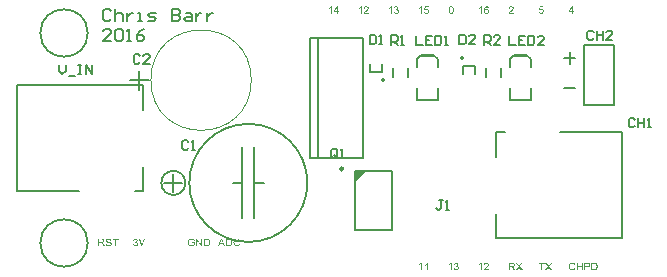
<source format=gto>
G04 Layer_Color=65535*
%FSLAX44Y44*%
%MOMM*%
G71*
G01*
G75*
%ADD16C,0.2500*%
%ADD27C,0.2032*%
%ADD28C,0.0762*%
%ADD29C,0.1270*%
%ADD30C,0.2000*%
%ADD31C,0.1524*%
%ADD32C,0.1500*%
%ADD33C,0.3500*%
G36*
X379531Y-105555D02*
X379606D01*
X379698Y-105563D01*
X379798Y-105572D01*
X380006Y-105588D01*
X380223Y-105622D01*
X380431Y-105663D01*
X380531Y-105688D01*
X380614Y-105722D01*
X380623D01*
X380631Y-105730D01*
X380656Y-105738D01*
X380689Y-105755D01*
X380773Y-105797D01*
X380873Y-105863D01*
X380989Y-105947D01*
X381106Y-106055D01*
X381222Y-106188D01*
X381331Y-106338D01*
Y-106347D01*
X381339Y-106355D01*
X381356Y-106380D01*
X381372Y-106413D01*
X381414Y-106505D01*
X381464Y-106622D01*
X381514Y-106763D01*
X381556Y-106930D01*
X381589Y-107113D01*
X381597Y-107305D01*
Y-107313D01*
Y-107338D01*
Y-107371D01*
X381589Y-107421D01*
X381581Y-107480D01*
X381572Y-107546D01*
X381539Y-107705D01*
X381489Y-107888D01*
X381414Y-108080D01*
X381364Y-108171D01*
X381306Y-108271D01*
X381231Y-108363D01*
X381156Y-108454D01*
X381147Y-108463D01*
X381139Y-108471D01*
X381106Y-108496D01*
X381073Y-108529D01*
X381023Y-108563D01*
X380964Y-108604D01*
X380898Y-108654D01*
X380823Y-108704D01*
X380731Y-108754D01*
X380631Y-108804D01*
X380514Y-108854D01*
X380389Y-108904D01*
X380256Y-108946D01*
X380115Y-108988D01*
X379956Y-109021D01*
X379790Y-109046D01*
X379806Y-109054D01*
X379848Y-109071D01*
X379906Y-109104D01*
X379981Y-109146D01*
X380148Y-109254D01*
X380223Y-109312D01*
X380298Y-109371D01*
X380306D01*
X380314Y-109388D01*
X380364Y-109429D01*
X380431Y-109504D01*
X380531Y-109604D01*
X380639Y-109721D01*
X380756Y-109871D01*
X380881Y-110037D01*
X381006Y-110221D01*
X382114Y-111953D01*
X381048D01*
X380206Y-110629D01*
Y-110620D01*
X380190Y-110604D01*
X380173Y-110570D01*
X380148Y-110537D01*
X380115Y-110487D01*
X380073Y-110429D01*
X379990Y-110304D01*
X379889Y-110162D01*
X379790Y-110021D01*
X379690Y-109879D01*
X379590Y-109754D01*
X379581Y-109737D01*
X379548Y-109704D01*
X379506Y-109646D01*
X379448Y-109587D01*
X379381Y-109512D01*
X379306Y-109437D01*
X379231Y-109379D01*
X379156Y-109321D01*
X379148Y-109312D01*
X379123Y-109304D01*
X379090Y-109279D01*
X379040Y-109254D01*
X378981Y-109221D01*
X378915Y-109196D01*
X378773Y-109146D01*
X378765D01*
X378748Y-109137D01*
X378715D01*
X378665Y-109129D01*
X378598Y-109121D01*
X378515D01*
X378423Y-109113D01*
X377323D01*
Y-111953D01*
X376474D01*
Y-105547D01*
X379456D01*
X379531Y-105555D01*
D02*
G37*
G36*
X357830Y111570D02*
X357897Y111561D01*
X357972Y111553D01*
X358055Y111545D01*
X358147Y111528D01*
X358339Y111478D01*
X358547Y111403D01*
X358655Y111353D01*
X358755Y111295D01*
X358855Y111228D01*
X358947Y111153D01*
X358955Y111145D01*
X358972Y111137D01*
X358988Y111112D01*
X359022Y111078D01*
X359063Y111028D01*
X359105Y110978D01*
X359155Y110920D01*
X359205Y110845D01*
X359255Y110770D01*
X359305Y110678D01*
X359347Y110587D01*
X359397Y110478D01*
X359480Y110253D01*
X359505Y110120D01*
X359530Y109987D01*
X358747Y109929D01*
Y109937D01*
X358738Y109945D01*
Y109970D01*
X358730Y110004D01*
X358705Y110087D01*
X358672Y110187D01*
X358630Y110295D01*
X358572Y110403D01*
X358513Y110504D01*
X358447Y110595D01*
X358430Y110612D01*
X358388Y110645D01*
X358322Y110703D01*
X358230Y110762D01*
X358114Y110820D01*
X357980Y110878D01*
X357822Y110912D01*
X357655Y110928D01*
X357589D01*
X357522Y110920D01*
X357430Y110903D01*
X357331Y110878D01*
X357214Y110837D01*
X357105Y110787D01*
X356989Y110712D01*
X356972Y110703D01*
X356931Y110662D01*
X356864Y110603D01*
X356781Y110512D01*
X356689Y110403D01*
X356589Y110270D01*
X356497Y110112D01*
X356406Y109929D01*
Y109920D01*
X356397Y109904D01*
X356389Y109879D01*
X356372Y109837D01*
X356356Y109779D01*
X356339Y109712D01*
X356322Y109637D01*
X356297Y109554D01*
X356281Y109454D01*
X356264Y109337D01*
X356247Y109221D01*
X356231Y109087D01*
X356214Y108946D01*
X356197Y108787D01*
X356189Y108621D01*
Y108454D01*
X356206Y108462D01*
X356239Y108521D01*
X356297Y108596D01*
X356381Y108687D01*
X356481Y108796D01*
X356597Y108896D01*
X356731Y109004D01*
X356881Y109087D01*
X356889D01*
X356897Y109095D01*
X356922Y109104D01*
X356956Y109121D01*
X357031Y109154D01*
X357139Y109195D01*
X357272Y109237D01*
X357414Y109270D01*
X357572Y109295D01*
X357739Y109304D01*
X357814D01*
X357872Y109295D01*
X357939Y109287D01*
X358022Y109270D01*
X358105Y109254D01*
X358205Y109229D01*
X358305Y109204D01*
X358414Y109162D01*
X358522Y109112D01*
X358638Y109062D01*
X358755Y108987D01*
X358863Y108912D01*
X358972Y108821D01*
X359080Y108721D01*
X359088Y108712D01*
X359105Y108696D01*
X359130Y108662D01*
X359172Y108612D01*
X359213Y108554D01*
X359255Y108487D01*
X359305Y108404D01*
X359363Y108312D01*
X359413Y108212D01*
X359463Y108096D01*
X359505Y107979D01*
X359555Y107846D01*
X359588Y107696D01*
X359613Y107546D01*
X359630Y107388D01*
X359638Y107221D01*
Y107213D01*
Y107196D01*
Y107163D01*
Y107121D01*
X359630Y107063D01*
X359622Y107004D01*
X359605Y106854D01*
X359572Y106688D01*
X359530Y106496D01*
X359463Y106305D01*
X359372Y106105D01*
Y106096D01*
X359363Y106080D01*
X359347Y106055D01*
X359322Y106021D01*
X359263Y105930D01*
X359188Y105813D01*
X359080Y105688D01*
X358963Y105555D01*
X358822Y105430D01*
X358655Y105313D01*
X358647D01*
X358638Y105305D01*
X358614Y105288D01*
X358580Y105272D01*
X358530Y105246D01*
X358480Y105230D01*
X358355Y105180D01*
X358205Y105121D01*
X358030Y105080D01*
X357839Y105047D01*
X357630Y105038D01*
X357589D01*
X357539Y105047D01*
X357464D01*
X357380Y105063D01*
X357289Y105080D01*
X357180Y105097D01*
X357064Y105130D01*
X356939Y105163D01*
X356806Y105213D01*
X356672Y105272D01*
X356539Y105338D01*
X356406Y105421D01*
X356272Y105521D01*
X356147Y105630D01*
X356022Y105755D01*
X356014Y105763D01*
X355998Y105788D01*
X355964Y105830D01*
X355923Y105896D01*
X355881Y105971D01*
X355831Y106071D01*
X355773Y106188D01*
X355714Y106321D01*
X355656Y106480D01*
X355598Y106654D01*
X355548Y106854D01*
X355506Y107063D01*
X355464Y107304D01*
X355431Y107563D01*
X355414Y107837D01*
X355406Y108137D01*
Y108146D01*
Y108162D01*
Y108187D01*
Y108221D01*
Y108262D01*
X355414Y108312D01*
Y108437D01*
X355431Y108596D01*
X355439Y108771D01*
X355464Y108962D01*
X355489Y109171D01*
X355531Y109387D01*
X355573Y109612D01*
X355631Y109837D01*
X355698Y110062D01*
X355773Y110279D01*
X355864Y110478D01*
X355973Y110670D01*
X356089Y110837D01*
X356097Y110845D01*
X356114Y110870D01*
X356147Y110903D01*
X356197Y110953D01*
X356256Y111012D01*
X356331Y111070D01*
X356422Y111137D01*
X356514Y111212D01*
X356622Y111278D01*
X356747Y111345D01*
X356881Y111403D01*
X357022Y111462D01*
X357180Y111511D01*
X357347Y111545D01*
X357522Y111570D01*
X357705Y111578D01*
X357780D01*
X357830Y111570D01*
D02*
G37*
G36*
X357705Y-105530D02*
X357789Y-105538D01*
X357880Y-105547D01*
X357980Y-105563D01*
X358089Y-105588D01*
X358322Y-105647D01*
X358438Y-105688D01*
X358563Y-105738D01*
X358689Y-105797D01*
X358805Y-105872D01*
X358913Y-105947D01*
X359022Y-106038D01*
X359030Y-106047D01*
X359047Y-106063D01*
X359072Y-106088D01*
X359105Y-106130D01*
X359147Y-106180D01*
X359197Y-106238D01*
X359238Y-106305D01*
X359297Y-106388D01*
X359347Y-106472D01*
X359388Y-106572D01*
X359480Y-106788D01*
X359513Y-106905D01*
X359538Y-107030D01*
X359555Y-107163D01*
X359563Y-107305D01*
Y-107321D01*
Y-107371D01*
X359555Y-107446D01*
X359547Y-107546D01*
X359522Y-107655D01*
X359497Y-107788D01*
X359455Y-107921D01*
X359405Y-108063D01*
X359397Y-108080D01*
X359372Y-108130D01*
X359338Y-108204D01*
X359280Y-108296D01*
X359205Y-108413D01*
X359113Y-108546D01*
X359005Y-108696D01*
X358880Y-108846D01*
Y-108854D01*
X358863Y-108863D01*
X358838Y-108888D01*
X358813Y-108921D01*
X358772Y-108963D01*
X358722Y-109013D01*
X358663Y-109071D01*
X358588Y-109137D01*
X358513Y-109213D01*
X358422Y-109296D01*
X358322Y-109396D01*
X358214Y-109496D01*
X358089Y-109604D01*
X357964Y-109712D01*
X357814Y-109837D01*
X357664Y-109971D01*
X357655Y-109979D01*
X357630Y-109996D01*
X357597Y-110029D01*
X357547Y-110062D01*
X357497Y-110112D01*
X357430Y-110171D01*
X357289Y-110296D01*
X357131Y-110429D01*
X356981Y-110562D01*
X356914Y-110620D01*
X356856Y-110679D01*
X356797Y-110737D01*
X356756Y-110779D01*
X356747Y-110787D01*
X356722Y-110812D01*
X356689Y-110854D01*
X356639Y-110912D01*
X356589Y-110970D01*
X356531Y-111045D01*
X356422Y-111195D01*
X359572D01*
Y-111953D01*
X355331D01*
Y-111937D01*
Y-111903D01*
Y-111854D01*
X355339Y-111778D01*
X355348Y-111695D01*
X355364Y-111604D01*
X355389Y-111512D01*
X355423Y-111412D01*
Y-111404D01*
X355431Y-111395D01*
X355439Y-111370D01*
X355456Y-111337D01*
X355489Y-111254D01*
X355548Y-111145D01*
X355623Y-111012D01*
X355706Y-110870D01*
X355814Y-110721D01*
X355939Y-110562D01*
X355947Y-110554D01*
X355956Y-110546D01*
X355981Y-110520D01*
X356006Y-110487D01*
X356089Y-110395D01*
X356206Y-110279D01*
X356347Y-110137D01*
X356522Y-109971D01*
X356731Y-109787D01*
X356972Y-109587D01*
X356981Y-109579D01*
X357014Y-109546D01*
X357072Y-109504D01*
X357139Y-109446D01*
X357222Y-109371D01*
X357322Y-109288D01*
X357430Y-109196D01*
X357539Y-109096D01*
X357772Y-108879D01*
X358005Y-108654D01*
X358114Y-108538D01*
X358214Y-108429D01*
X358305Y-108329D01*
X358380Y-108229D01*
X358388Y-108221D01*
X358397Y-108204D01*
X358414Y-108179D01*
X358438Y-108146D01*
X358464Y-108096D01*
X358497Y-108046D01*
X358572Y-107921D01*
X358638Y-107780D01*
X358697Y-107621D01*
X358738Y-107446D01*
X358755Y-107363D01*
Y-107280D01*
Y-107271D01*
Y-107255D01*
Y-107238D01*
X358747Y-107205D01*
X358738Y-107113D01*
X358713Y-107005D01*
X358672Y-106880D01*
X358614Y-106755D01*
X358530Y-106622D01*
X358414Y-106496D01*
X358397Y-106480D01*
X358355Y-106447D01*
X358280Y-106397D01*
X358180Y-106330D01*
X358055Y-106272D01*
X357905Y-106222D01*
X357730Y-106188D01*
X357539Y-106172D01*
X357480D01*
X357447Y-106180D01*
X357397D01*
X357339Y-106188D01*
X357214Y-106213D01*
X357072Y-106255D01*
X356914Y-106313D01*
X356764Y-106397D01*
X356631Y-106513D01*
X356614Y-106530D01*
X356581Y-106572D01*
X356522Y-106655D01*
X356464Y-106755D01*
X356397Y-106896D01*
X356339Y-107055D01*
X356306Y-107238D01*
X356289Y-107455D01*
X355481Y-107371D01*
Y-107363D01*
X355489Y-107330D01*
Y-107288D01*
X355498Y-107221D01*
X355514Y-107146D01*
X355531Y-107063D01*
X355556Y-106963D01*
X355589Y-106863D01*
X355664Y-106638D01*
X355714Y-106522D01*
X355773Y-106413D01*
X355839Y-106297D01*
X355914Y-106188D01*
X355998Y-106088D01*
X356097Y-105997D01*
X356106Y-105988D01*
X356123Y-105980D01*
X356156Y-105955D01*
X356197Y-105922D01*
X356256Y-105888D01*
X356322Y-105847D01*
X356397Y-105805D01*
X356489Y-105755D01*
X356589Y-105713D01*
X356697Y-105672D01*
X356814Y-105630D01*
X356947Y-105597D01*
X357080Y-105563D01*
X357230Y-105538D01*
X357389Y-105530D01*
X357555Y-105522D01*
X357647D01*
X357705Y-105530D01*
D02*
G37*
G36*
X332180D02*
X332239D01*
X332364Y-105547D01*
X332514Y-105580D01*
X332672Y-105613D01*
X332839Y-105672D01*
X333005Y-105747D01*
X333013D01*
X333022Y-105755D01*
X333047Y-105772D01*
X333080Y-105788D01*
X333155Y-105838D01*
X333255Y-105905D01*
X333363Y-105997D01*
X333480Y-106105D01*
X333588Y-106222D01*
X333680Y-106363D01*
Y-106372D01*
X333688Y-106380D01*
X333722Y-106430D01*
X333755Y-106513D01*
X333805Y-106613D01*
X333847Y-106738D01*
X333888Y-106880D01*
X333913Y-107030D01*
X333922Y-107188D01*
Y-107196D01*
Y-107205D01*
Y-107255D01*
X333913Y-107338D01*
X333897Y-107438D01*
X333863Y-107555D01*
X333830Y-107680D01*
X333772Y-107813D01*
X333697Y-107946D01*
X333688Y-107963D01*
X333655Y-108005D01*
X333605Y-108063D01*
X333530Y-108138D01*
X333438Y-108229D01*
X333322Y-108321D01*
X333189Y-108404D01*
X333038Y-108488D01*
X333047D01*
X333064Y-108496D01*
X333097Y-108504D01*
X333130Y-108513D01*
X333180Y-108529D01*
X333238Y-108554D01*
X333363Y-108604D01*
X333505Y-108679D01*
X333647Y-108779D01*
X333797Y-108896D01*
X333922Y-109038D01*
Y-109046D01*
X333938Y-109054D01*
X333955Y-109079D01*
X333972Y-109113D01*
X333997Y-109154D01*
X334022Y-109196D01*
X334080Y-109321D01*
X334138Y-109471D01*
X334188Y-109646D01*
X334222Y-109837D01*
X334238Y-110062D01*
Y-110071D01*
Y-110096D01*
Y-110146D01*
X334230Y-110204D01*
X334222Y-110279D01*
X334205Y-110362D01*
X334188Y-110454D01*
X334163Y-110554D01*
X334130Y-110662D01*
X334088Y-110779D01*
X334038Y-110895D01*
X333980Y-111020D01*
X333905Y-111137D01*
X333822Y-111262D01*
X333730Y-111379D01*
X333622Y-111487D01*
X333613Y-111495D01*
X333597Y-111512D01*
X333563Y-111537D01*
X333513Y-111579D01*
X333455Y-111620D01*
X333380Y-111670D01*
X333297Y-111720D01*
X333205Y-111770D01*
X333097Y-111828D01*
X332980Y-111878D01*
X332855Y-111929D01*
X332714Y-111970D01*
X332572Y-112012D01*
X332414Y-112037D01*
X332255Y-112053D01*
X332080Y-112062D01*
X331997D01*
X331939Y-112053D01*
X331872Y-112045D01*
X331789Y-112037D01*
X331689Y-112020D01*
X331589Y-111995D01*
X331372Y-111937D01*
X331256Y-111895D01*
X331139Y-111854D01*
X331014Y-111795D01*
X330897Y-111728D01*
X330789Y-111653D01*
X330681Y-111562D01*
X330672Y-111554D01*
X330656Y-111537D01*
X330631Y-111512D01*
X330589Y-111470D01*
X330547Y-111420D01*
X330498Y-111362D01*
X330448Y-111287D01*
X330389Y-111212D01*
X330339Y-111120D01*
X330281Y-111020D01*
X330231Y-110912D01*
X330181Y-110795D01*
X330131Y-110670D01*
X330098Y-110546D01*
X330064Y-110404D01*
X330048Y-110254D01*
X330831Y-110146D01*
Y-110154D01*
X330839Y-110179D01*
X330847Y-110212D01*
X330856Y-110254D01*
X330872Y-110312D01*
X330889Y-110371D01*
X330939Y-110520D01*
X330997Y-110679D01*
X331081Y-110837D01*
X331172Y-110995D01*
X331222Y-111062D01*
X331281Y-111120D01*
X331297Y-111129D01*
X331339Y-111162D01*
X331406Y-111212D01*
X331506Y-111262D01*
X331622Y-111320D01*
X331755Y-111362D01*
X331914Y-111395D01*
X332080Y-111412D01*
X332139D01*
X332172Y-111404D01*
X332222D01*
X332280Y-111395D01*
X332405Y-111362D01*
X332555Y-111320D01*
X332714Y-111254D01*
X332872Y-111154D01*
X332947Y-111095D01*
X333022Y-111029D01*
X333030Y-111020D01*
X333038Y-111012D01*
X333055Y-110987D01*
X333080Y-110962D01*
X333147Y-110879D01*
X333214Y-110762D01*
X333280Y-110629D01*
X333347Y-110462D01*
X333388Y-110279D01*
X333405Y-110179D01*
Y-110079D01*
Y-110071D01*
Y-110054D01*
Y-110029D01*
X333397Y-109987D01*
Y-109946D01*
X333388Y-109887D01*
X333363Y-109762D01*
X333322Y-109621D01*
X333255Y-109471D01*
X333163Y-109329D01*
X333114Y-109254D01*
X333047Y-109187D01*
X333030Y-109171D01*
X332980Y-109129D01*
X332905Y-109079D01*
X332805Y-109013D01*
X332672Y-108946D01*
X332522Y-108896D01*
X332347Y-108854D01*
X332147Y-108838D01*
X332055D01*
X331997Y-108846D01*
X331914Y-108854D01*
X331814Y-108871D01*
X331706Y-108896D01*
X331589Y-108921D01*
X331680Y-108229D01*
X331697D01*
X331722Y-108238D01*
X331764Y-108246D01*
X331856D01*
X331889Y-108238D01*
X331989Y-108229D01*
X332105Y-108213D01*
X332247Y-108179D01*
X332397Y-108138D01*
X332555Y-108071D01*
X332705Y-107988D01*
X332714D01*
X332722Y-107971D01*
X332772Y-107938D01*
X332839Y-107871D01*
X332914Y-107788D01*
X332989Y-107671D01*
X333047Y-107530D01*
X333097Y-107363D01*
X333105Y-107271D01*
X333114Y-107171D01*
Y-107163D01*
Y-107155D01*
X333105Y-107096D01*
X333097Y-107021D01*
X333080Y-106921D01*
X333038Y-106813D01*
X332989Y-106697D01*
X332914Y-106572D01*
X332814Y-106463D01*
X332797Y-106447D01*
X332764Y-106413D01*
X332697Y-106372D01*
X332614Y-106313D01*
X332505Y-106263D01*
X332372Y-106213D01*
X332230Y-106180D01*
X332064Y-106172D01*
X332022D01*
X331989Y-106180D01*
X331897Y-106188D01*
X331789Y-106205D01*
X331672Y-106247D01*
X331539Y-106297D01*
X331414Y-106363D01*
X331289Y-106463D01*
X331272Y-106480D01*
X331239Y-106513D01*
X331189Y-106580D01*
X331131Y-106680D01*
X331064Y-106797D01*
X330997Y-106946D01*
X330947Y-107121D01*
X330906Y-107321D01*
X330123Y-107180D01*
Y-107171D01*
X330131Y-107146D01*
X330139Y-107105D01*
X330156Y-107046D01*
X330173Y-106988D01*
X330198Y-106905D01*
X330223Y-106821D01*
X330256Y-106730D01*
X330348Y-106538D01*
X330456Y-106338D01*
X330597Y-106138D01*
X330681Y-106047D01*
X330772Y-105963D01*
X330781Y-105955D01*
X330797Y-105947D01*
X330822Y-105922D01*
X330864Y-105897D01*
X330914Y-105863D01*
X330972Y-105822D01*
X331047Y-105780D01*
X331122Y-105738D01*
X331214Y-105705D01*
X331306Y-105663D01*
X331522Y-105588D01*
X331772Y-105538D01*
X331906Y-105530D01*
X332047Y-105522D01*
X332139D01*
X332180Y-105530D01*
D02*
G37*
G36*
X353432Y-111953D02*
X352648D01*
Y-106946D01*
X352632Y-106955D01*
X352598Y-106988D01*
X352532Y-107046D01*
X352448Y-107113D01*
X352340Y-107196D01*
X352207Y-107288D01*
X352065Y-107388D01*
X351898Y-107488D01*
X351890D01*
X351882Y-107496D01*
X351857Y-107513D01*
X351824Y-107530D01*
X351732Y-107580D01*
X351624Y-107638D01*
X351499Y-107705D01*
X351357Y-107771D01*
X351215Y-107838D01*
X351074Y-107896D01*
Y-107130D01*
X351082D01*
X351107Y-107113D01*
X351140Y-107096D01*
X351182Y-107071D01*
X351240Y-107046D01*
X351307Y-107005D01*
X351465Y-106921D01*
X351640Y-106813D01*
X351840Y-106680D01*
X352032Y-106538D01*
X352224Y-106380D01*
X352232Y-106372D01*
X352248Y-106363D01*
X352273Y-106338D01*
X352307Y-106305D01*
X352390Y-106222D01*
X352498Y-106105D01*
X352607Y-105980D01*
X352723Y-105830D01*
X352832Y-105680D01*
X352923Y-105522D01*
X353432D01*
Y-111953D01*
D02*
G37*
G36*
X308588Y110720D02*
X306031D01*
X305689Y108987D01*
X305697Y108996D01*
X305714Y109004D01*
X305747Y109029D01*
X305789Y109054D01*
X305839Y109079D01*
X305906Y109121D01*
X305972Y109154D01*
X306056Y109195D01*
X306239Y109270D01*
X306439Y109329D01*
X306664Y109379D01*
X306780Y109387D01*
X306897Y109395D01*
X306980D01*
X307039Y109387D01*
X307105Y109379D01*
X307189Y109362D01*
X307280Y109345D01*
X307389Y109320D01*
X307497Y109295D01*
X307605Y109254D01*
X307722Y109204D01*
X307847Y109154D01*
X307963Y109079D01*
X308080Y109004D01*
X308197Y108912D01*
X308305Y108812D01*
X308313Y108804D01*
X308330Y108787D01*
X308355Y108754D01*
X308397Y108704D01*
X308438Y108646D01*
X308488Y108579D01*
X308547Y108496D01*
X308597Y108404D01*
X308655Y108304D01*
X308705Y108187D01*
X308755Y108071D01*
X308797Y107937D01*
X308838Y107788D01*
X308863Y107638D01*
X308880Y107479D01*
X308888Y107313D01*
Y107304D01*
Y107271D01*
Y107229D01*
X308880Y107171D01*
X308871Y107096D01*
X308863Y107004D01*
X308847Y106904D01*
X308822Y106804D01*
X308763Y106563D01*
X308722Y106438D01*
X308672Y106313D01*
X308613Y106188D01*
X308547Y106063D01*
X308472Y105938D01*
X308380Y105813D01*
X308372Y105805D01*
X308355Y105780D01*
X308313Y105738D01*
X308263Y105696D01*
X308205Y105630D01*
X308130Y105571D01*
X308038Y105496D01*
X307938Y105430D01*
X307822Y105355D01*
X307697Y105280D01*
X307563Y105222D01*
X307414Y105163D01*
X307247Y105113D01*
X307072Y105071D01*
X306889Y105047D01*
X306697Y105038D01*
X306614D01*
X306556Y105047D01*
X306481Y105055D01*
X306389Y105063D01*
X306297Y105080D01*
X306189Y105097D01*
X305964Y105155D01*
X305847Y105197D01*
X305731Y105246D01*
X305606Y105296D01*
X305489Y105363D01*
X305381Y105438D01*
X305273Y105521D01*
X305264Y105530D01*
X305247Y105546D01*
X305222Y105571D01*
X305189Y105613D01*
X305139Y105663D01*
X305098Y105721D01*
X305039Y105788D01*
X304989Y105871D01*
X304931Y105955D01*
X304881Y106055D01*
X304823Y106163D01*
X304781Y106279D01*
X304731Y106404D01*
X304698Y106530D01*
X304664Y106671D01*
X304648Y106821D01*
X305472Y106879D01*
Y106871D01*
X305481Y106854D01*
Y106821D01*
X305489Y106779D01*
X305506Y106729D01*
X305522Y106671D01*
X305556Y106546D01*
X305614Y106396D01*
X305689Y106246D01*
X305781Y106105D01*
X305889Y105980D01*
X305906Y105971D01*
X305947Y105938D01*
X306022Y105888D01*
X306114Y105838D01*
X306231Y105780D01*
X306372Y105738D01*
X306522Y105705D01*
X306697Y105688D01*
X306755D01*
X306797Y105696D01*
X306839Y105705D01*
X306897Y105713D01*
X307030Y105738D01*
X307189Y105788D01*
X307347Y105871D01*
X307430Y105913D01*
X307514Y105971D01*
X307589Y106038D01*
X307663Y106113D01*
X307672Y106121D01*
X307680Y106130D01*
X307697Y106155D01*
X307722Y106188D01*
X307755Y106230D01*
X307789Y106288D01*
X307822Y106346D01*
X307864Y106413D01*
X307930Y106580D01*
X307997Y106771D01*
X308038Y106996D01*
X308055Y107113D01*
Y107246D01*
Y107254D01*
Y107279D01*
Y107313D01*
X308047Y107354D01*
Y107413D01*
X308038Y107479D01*
X308005Y107629D01*
X307963Y107804D01*
X307897Y107979D01*
X307805Y108154D01*
X307747Y108237D01*
X307680Y108312D01*
Y108321D01*
X307663Y108329D01*
X307638Y108346D01*
X307614Y108371D01*
X307530Y108437D01*
X307414Y108512D01*
X307272Y108579D01*
X307105Y108646D01*
X306905Y108687D01*
X306805Y108704D01*
X306622D01*
X306556Y108696D01*
X306455Y108679D01*
X306355Y108662D01*
X306239Y108629D01*
X306114Y108579D01*
X305997Y108521D01*
X305981Y108512D01*
X305947Y108487D01*
X305897Y108454D01*
X305831Y108396D01*
X305756Y108337D01*
X305672Y108254D01*
X305597Y108171D01*
X305531Y108071D01*
X304789Y108179D01*
X305406Y111470D01*
X308588D01*
Y110720D01*
D02*
G37*
G36*
X353432Y105147D02*
X352648D01*
Y110154D01*
X352632Y110145D01*
X352598Y110112D01*
X352532Y110054D01*
X352448Y109987D01*
X352340Y109904D01*
X352207Y109812D01*
X352065Y109712D01*
X351898Y109612D01*
X351890D01*
X351882Y109604D01*
X351857Y109587D01*
X351824Y109570D01*
X351732Y109520D01*
X351624Y109462D01*
X351499Y109395D01*
X351357Y109329D01*
X351215Y109262D01*
X351074Y109204D01*
Y109970D01*
X351082D01*
X351107Y109987D01*
X351140Y110004D01*
X351182Y110029D01*
X351240Y110054D01*
X351307Y110095D01*
X351465Y110178D01*
X351640Y110287D01*
X351840Y110420D01*
X352032Y110562D01*
X352224Y110720D01*
X352232Y110728D01*
X352248Y110737D01*
X352273Y110762D01*
X352307Y110795D01*
X352390Y110878D01*
X352498Y110995D01*
X352607Y111120D01*
X352723Y111270D01*
X352832Y111420D01*
X352923Y111578D01*
X353432D01*
Y105147D01*
D02*
G37*
G36*
X448885Y-105555D02*
X449043D01*
X449226Y-105572D01*
X449418Y-105588D01*
X449601Y-105613D01*
X449760Y-105647D01*
X449768D01*
X449785Y-105655D01*
X449818Y-105663D01*
X449851Y-105672D01*
X449901Y-105688D01*
X449960Y-105705D01*
X450085Y-105747D01*
X450234Y-105813D01*
X450393Y-105888D01*
X450551Y-105988D01*
X450701Y-106105D01*
X450709Y-106113D01*
X450726Y-106122D01*
X450751Y-106147D01*
X450784Y-106180D01*
X450826Y-106222D01*
X450876Y-106272D01*
X450926Y-106330D01*
X450984Y-106397D01*
X451109Y-106555D01*
X451234Y-106747D01*
X451359Y-106955D01*
X451459Y-107196D01*
Y-107205D01*
X451468Y-107230D01*
X451484Y-107263D01*
X451501Y-107313D01*
X451517Y-107380D01*
X451543Y-107455D01*
X451567Y-107538D01*
X451592Y-107638D01*
X451609Y-107746D01*
X451634Y-107863D01*
X451659Y-107988D01*
X451676Y-108121D01*
X451709Y-108413D01*
X451717Y-108721D01*
Y-108729D01*
Y-108754D01*
Y-108788D01*
Y-108846D01*
X451709Y-108904D01*
Y-108979D01*
X451701Y-109062D01*
X451693Y-109154D01*
X451676Y-109354D01*
X451642Y-109571D01*
X451601Y-109796D01*
X451543Y-110012D01*
Y-110021D01*
X451534Y-110037D01*
X451526Y-110071D01*
X451509Y-110104D01*
X451493Y-110154D01*
X451476Y-110212D01*
X451426Y-110337D01*
X451368Y-110487D01*
X451293Y-110646D01*
X451201Y-110804D01*
X451109Y-110945D01*
X451101Y-110962D01*
X451059Y-111004D01*
X451009Y-111070D01*
X450934Y-111154D01*
X450851Y-111245D01*
X450751Y-111345D01*
X450634Y-111437D01*
X450518Y-111529D01*
X450501Y-111537D01*
X450460Y-111562D01*
X450393Y-111604D01*
X450301Y-111645D01*
X450193Y-111695D01*
X450060Y-111754D01*
X449910Y-111804D01*
X449751Y-111845D01*
X449743D01*
X449735Y-111854D01*
X449710D01*
X449676Y-111862D01*
X449635Y-111870D01*
X449585Y-111878D01*
X449460Y-111895D01*
X449310Y-111920D01*
X449135Y-111937D01*
X448935Y-111945D01*
X448727Y-111953D01*
X446419D01*
Y-105547D01*
X448810D01*
X448885Y-105555D01*
D02*
G37*
G36*
X385746Y-108596D02*
X388137Y-111953D01*
X387096D01*
X385480Y-109671D01*
X385471Y-109662D01*
X385455Y-109637D01*
X385430Y-109596D01*
X385396Y-109546D01*
X385355Y-109487D01*
X385313Y-109421D01*
X385213Y-109279D01*
X385205Y-109296D01*
X385180Y-109329D01*
X385146Y-109388D01*
X385097Y-109454D01*
X384997Y-109612D01*
X384955Y-109679D01*
X384913Y-109737D01*
X383289Y-111953D01*
X382272D01*
X384747Y-108629D01*
X382564Y-105547D01*
X383580D01*
X384747Y-107188D01*
X384755Y-107196D01*
X384763Y-107213D01*
X384780Y-107238D01*
X384805Y-107271D01*
X384872Y-107363D01*
X384947Y-107480D01*
X385030Y-107605D01*
X385113Y-107738D01*
X385188Y-107863D01*
X385255Y-107971D01*
X385263Y-107955D01*
X385297Y-107913D01*
X385338Y-107846D01*
X385396Y-107754D01*
X385471Y-107646D01*
X385563Y-107521D01*
X385655Y-107396D01*
X385763Y-107255D01*
X387038Y-105547D01*
X387962D01*
X385746Y-108596D01*
D02*
G37*
G36*
X443228Y-105555D02*
X443378Y-105563D01*
X443545Y-105572D01*
X443703Y-105588D01*
X443836Y-105613D01*
X443861D01*
X443878Y-105622D01*
X443911Y-105630D01*
X444003Y-105647D01*
X444111Y-105680D01*
X444236Y-105722D01*
X444361Y-105772D01*
X444494Y-105838D01*
X444619Y-105913D01*
X444636Y-105922D01*
X444669Y-105955D01*
X444736Y-106005D01*
X444803Y-106072D01*
X444886Y-106155D01*
X444977Y-106263D01*
X445061Y-106388D01*
X445136Y-106530D01*
Y-106538D01*
X445144Y-106546D01*
X445153Y-106572D01*
X445169Y-106596D01*
X445202Y-106680D01*
X445236Y-106788D01*
X445269Y-106921D01*
X445303Y-107071D01*
X445327Y-107230D01*
X445336Y-107405D01*
Y-107413D01*
Y-107438D01*
Y-107480D01*
X445327Y-107538D01*
X445319Y-107613D01*
X445311Y-107696D01*
X445294Y-107788D01*
X445269Y-107879D01*
X445211Y-108104D01*
X445169Y-108213D01*
X445111Y-108329D01*
X445052Y-108446D01*
X444986Y-108563D01*
X444903Y-108679D01*
X444811Y-108788D01*
X444803Y-108796D01*
X444786Y-108813D01*
X444753Y-108838D01*
X444711Y-108879D01*
X444653Y-108921D01*
X444578Y-108963D01*
X444486Y-109021D01*
X444386Y-109071D01*
X444261Y-109121D01*
X444128Y-109171D01*
X443969Y-109221D01*
X443803Y-109263D01*
X443611Y-109304D01*
X443403Y-109329D01*
X443178Y-109346D01*
X442936Y-109354D01*
X441303D01*
Y-111953D01*
X440454D01*
Y-105547D01*
X443086D01*
X443228Y-105555D01*
D02*
G37*
G36*
X226432Y105147D02*
X225648D01*
Y110154D01*
X225632Y110145D01*
X225598Y110112D01*
X225532Y110054D01*
X225448Y109987D01*
X225340Y109904D01*
X225207Y109812D01*
X225065Y109712D01*
X224898Y109612D01*
X224890D01*
X224882Y109604D01*
X224857Y109587D01*
X224824Y109570D01*
X224732Y109520D01*
X224624Y109462D01*
X224499Y109395D01*
X224357Y109329D01*
X224215Y109262D01*
X224074Y109204D01*
Y109970D01*
X224082D01*
X224107Y109987D01*
X224140Y110004D01*
X224182Y110029D01*
X224240Y110054D01*
X224307Y110095D01*
X224465Y110178D01*
X224640Y110287D01*
X224840Y110420D01*
X225032Y110562D01*
X225224Y110720D01*
X225232Y110728D01*
X225248Y110737D01*
X225273Y110762D01*
X225307Y110795D01*
X225390Y110878D01*
X225498Y110995D01*
X225607Y111120D01*
X225723Y111270D01*
X225832Y111420D01*
X225923Y111578D01*
X226432D01*
Y105147D01*
D02*
G37*
G36*
X231747Y107404D02*
X232613D01*
Y106679D01*
X231747D01*
Y105147D01*
X230964D01*
Y106679D01*
X228181D01*
Y107404D01*
X231105Y111553D01*
X231747D01*
Y107404D01*
D02*
G37*
G36*
X256105Y111570D02*
X256189Y111561D01*
X256280Y111553D01*
X256380Y111537D01*
X256489Y111511D01*
X256722Y111453D01*
X256838Y111412D01*
X256964Y111362D01*
X257089Y111303D01*
X257205Y111228D01*
X257313Y111153D01*
X257422Y111062D01*
X257430Y111053D01*
X257447Y111037D01*
X257472Y111012D01*
X257505Y110970D01*
X257547Y110920D01*
X257597Y110862D01*
X257638Y110795D01*
X257697Y110712D01*
X257747Y110628D01*
X257788Y110528D01*
X257880Y110312D01*
X257913Y110195D01*
X257938Y110070D01*
X257955Y109937D01*
X257963Y109795D01*
Y109779D01*
Y109729D01*
X257955Y109654D01*
X257947Y109554D01*
X257922Y109445D01*
X257897Y109312D01*
X257855Y109179D01*
X257805Y109037D01*
X257797Y109021D01*
X257772Y108970D01*
X257738Y108896D01*
X257680Y108804D01*
X257605Y108687D01*
X257513Y108554D01*
X257405Y108404D01*
X257280Y108254D01*
Y108246D01*
X257263Y108237D01*
X257238Y108212D01*
X257213Y108179D01*
X257172Y108137D01*
X257122Y108087D01*
X257064Y108029D01*
X256989Y107962D01*
X256914Y107887D01*
X256822Y107804D01*
X256722Y107704D01*
X256614Y107604D01*
X256489Y107496D01*
X256364Y107388D01*
X256214Y107263D01*
X256064Y107129D01*
X256055Y107121D01*
X256030Y107104D01*
X255997Y107071D01*
X255947Y107038D01*
X255897Y106988D01*
X255830Y106929D01*
X255689Y106804D01*
X255530Y106671D01*
X255381Y106538D01*
X255314Y106480D01*
X255256Y106421D01*
X255197Y106363D01*
X255156Y106321D01*
X255147Y106313D01*
X255122Y106288D01*
X255089Y106246D01*
X255039Y106188D01*
X254989Y106130D01*
X254931Y106055D01*
X254822Y105905D01*
X257972D01*
Y105147D01*
X253731D01*
Y105163D01*
Y105197D01*
Y105246D01*
X253739Y105322D01*
X253748Y105405D01*
X253764Y105496D01*
X253789Y105588D01*
X253823Y105688D01*
Y105696D01*
X253831Y105705D01*
X253839Y105730D01*
X253856Y105763D01*
X253889Y105846D01*
X253948Y105955D01*
X254023Y106088D01*
X254106Y106230D01*
X254214Y106379D01*
X254339Y106538D01*
X254347Y106546D01*
X254356Y106554D01*
X254381Y106580D01*
X254406Y106613D01*
X254489Y106704D01*
X254606Y106821D01*
X254747Y106963D01*
X254922Y107129D01*
X255131Y107313D01*
X255372Y107513D01*
X255381Y107521D01*
X255414Y107554D01*
X255472Y107596D01*
X255539Y107654D01*
X255622Y107729D01*
X255722Y107812D01*
X255830Y107904D01*
X255939Y108004D01*
X256172Y108221D01*
X256405Y108446D01*
X256514Y108562D01*
X256614Y108671D01*
X256705Y108771D01*
X256780Y108870D01*
X256789Y108879D01*
X256797Y108896D01*
X256814Y108920D01*
X256838Y108954D01*
X256863Y109004D01*
X256897Y109054D01*
X256972Y109179D01*
X257038Y109320D01*
X257097Y109479D01*
X257138Y109654D01*
X257155Y109737D01*
Y109820D01*
Y109829D01*
Y109845D01*
Y109862D01*
X257147Y109895D01*
X257138Y109987D01*
X257113Y110095D01*
X257072Y110220D01*
X257013Y110345D01*
X256930Y110478D01*
X256814Y110603D01*
X256797Y110620D01*
X256755Y110653D01*
X256680Y110703D01*
X256580Y110770D01*
X256455Y110828D01*
X256305Y110878D01*
X256130Y110912D01*
X255939Y110928D01*
X255880D01*
X255847Y110920D01*
X255797D01*
X255739Y110912D01*
X255614Y110887D01*
X255472Y110845D01*
X255314Y110787D01*
X255164Y110703D01*
X255031Y110587D01*
X255014Y110570D01*
X254981Y110528D01*
X254922Y110445D01*
X254864Y110345D01*
X254797Y110204D01*
X254739Y110045D01*
X254706Y109862D01*
X254689Y109645D01*
X253881Y109729D01*
Y109737D01*
X253889Y109770D01*
Y109812D01*
X253898Y109879D01*
X253914Y109954D01*
X253931Y110037D01*
X253956Y110137D01*
X253989Y110237D01*
X254064Y110462D01*
X254114Y110578D01*
X254172Y110687D01*
X254239Y110803D01*
X254314Y110912D01*
X254398Y111012D01*
X254498Y111103D01*
X254506Y111112D01*
X254522Y111120D01*
X254556Y111145D01*
X254597Y111178D01*
X254656Y111212D01*
X254722Y111253D01*
X254797Y111295D01*
X254889Y111345D01*
X254989Y111387D01*
X255097Y111428D01*
X255214Y111470D01*
X255347Y111503D01*
X255480Y111537D01*
X255630Y111561D01*
X255789Y111570D01*
X255955Y111578D01*
X256047D01*
X256105Y111570D01*
D02*
G37*
G36*
X281380D02*
X281439D01*
X281564Y111553D01*
X281714Y111520D01*
X281872Y111487D01*
X282039Y111428D01*
X282205Y111353D01*
X282213D01*
X282222Y111345D01*
X282247Y111328D01*
X282280Y111312D01*
X282355Y111262D01*
X282455Y111195D01*
X282563Y111103D01*
X282680Y110995D01*
X282788Y110878D01*
X282880Y110737D01*
Y110728D01*
X282888Y110720D01*
X282922Y110670D01*
X282955Y110587D01*
X283005Y110487D01*
X283047Y110362D01*
X283088Y110220D01*
X283113Y110070D01*
X283122Y109912D01*
Y109904D01*
Y109895D01*
Y109845D01*
X283113Y109762D01*
X283097Y109662D01*
X283063Y109545D01*
X283030Y109420D01*
X282972Y109287D01*
X282897Y109154D01*
X282888Y109137D01*
X282855Y109095D01*
X282805Y109037D01*
X282730Y108962D01*
X282638Y108870D01*
X282522Y108779D01*
X282388Y108696D01*
X282239Y108612D01*
X282247D01*
X282264Y108604D01*
X282297Y108596D01*
X282330Y108587D01*
X282380Y108571D01*
X282439Y108546D01*
X282563Y108496D01*
X282705Y108421D01*
X282847Y108321D01*
X282997Y108204D01*
X283122Y108062D01*
Y108054D01*
X283138Y108046D01*
X283155Y108021D01*
X283172Y107987D01*
X283197Y107946D01*
X283222Y107904D01*
X283280Y107779D01*
X283338Y107629D01*
X283388Y107454D01*
X283422Y107263D01*
X283438Y107038D01*
Y107029D01*
Y107004D01*
Y106954D01*
X283430Y106896D01*
X283422Y106821D01*
X283405Y106738D01*
X283388Y106646D01*
X283363Y106546D01*
X283330Y106438D01*
X283288Y106321D01*
X283238Y106205D01*
X283180Y106080D01*
X283105Y105963D01*
X283022Y105838D01*
X282930Y105721D01*
X282822Y105613D01*
X282813Y105605D01*
X282797Y105588D01*
X282763Y105563D01*
X282713Y105521D01*
X282655Y105480D01*
X282580Y105430D01*
X282497Y105380D01*
X282405Y105330D01*
X282297Y105272D01*
X282180Y105222D01*
X282055Y105171D01*
X281914Y105130D01*
X281772Y105088D01*
X281614Y105063D01*
X281455Y105047D01*
X281280Y105038D01*
X281197D01*
X281139Y105047D01*
X281072Y105055D01*
X280989Y105063D01*
X280889Y105080D01*
X280789Y105105D01*
X280572Y105163D01*
X280456Y105205D01*
X280339Y105246D01*
X280214Y105305D01*
X280097Y105371D01*
X279989Y105446D01*
X279881Y105538D01*
X279872Y105546D01*
X279856Y105563D01*
X279831Y105588D01*
X279789Y105630D01*
X279748Y105680D01*
X279697Y105738D01*
X279648Y105813D01*
X279589Y105888D01*
X279539Y105980D01*
X279481Y106080D01*
X279431Y106188D01*
X279381Y106305D01*
X279331Y106430D01*
X279298Y106554D01*
X279264Y106696D01*
X279248Y106846D01*
X280031Y106954D01*
Y106946D01*
X280039Y106921D01*
X280047Y106888D01*
X280056Y106846D01*
X280072Y106788D01*
X280089Y106729D01*
X280139Y106580D01*
X280197Y106421D01*
X280281Y106263D01*
X280372Y106105D01*
X280422Y106038D01*
X280481Y105980D01*
X280497Y105971D01*
X280539Y105938D01*
X280606Y105888D01*
X280706Y105838D01*
X280822Y105780D01*
X280956Y105738D01*
X281114Y105705D01*
X281280Y105688D01*
X281339D01*
X281372Y105696D01*
X281422D01*
X281480Y105705D01*
X281605Y105738D01*
X281755Y105780D01*
X281914Y105846D01*
X282072Y105946D01*
X282147Y106005D01*
X282222Y106071D01*
X282230Y106080D01*
X282239Y106088D01*
X282255Y106113D01*
X282280Y106138D01*
X282347Y106221D01*
X282414Y106338D01*
X282480Y106471D01*
X282547Y106638D01*
X282588Y106821D01*
X282605Y106921D01*
Y107021D01*
Y107029D01*
Y107046D01*
Y107071D01*
X282597Y107113D01*
Y107154D01*
X282588Y107213D01*
X282563Y107338D01*
X282522Y107479D01*
X282455Y107629D01*
X282363Y107771D01*
X282313Y107846D01*
X282247Y107913D01*
X282230Y107929D01*
X282180Y107971D01*
X282105Y108021D01*
X282005Y108087D01*
X281872Y108154D01*
X281722Y108204D01*
X281547Y108246D01*
X281347Y108262D01*
X281255D01*
X281197Y108254D01*
X281114Y108246D01*
X281014Y108229D01*
X280905Y108204D01*
X280789Y108179D01*
X280881Y108870D01*
X280897D01*
X280922Y108862D01*
X280964Y108854D01*
X281056D01*
X281089Y108862D01*
X281189Y108870D01*
X281305Y108887D01*
X281447Y108920D01*
X281597Y108962D01*
X281755Y109029D01*
X281905Y109112D01*
X281914D01*
X281922Y109129D01*
X281972Y109162D01*
X282039Y109229D01*
X282114Y109312D01*
X282188Y109429D01*
X282247Y109570D01*
X282297Y109737D01*
X282305Y109829D01*
X282313Y109929D01*
Y109937D01*
Y109945D01*
X282305Y110004D01*
X282297Y110079D01*
X282280Y110178D01*
X282239Y110287D01*
X282188Y110403D01*
X282114Y110528D01*
X282014Y110637D01*
X281997Y110653D01*
X281964Y110687D01*
X281897Y110728D01*
X281814Y110787D01*
X281705Y110837D01*
X281572Y110887D01*
X281430Y110920D01*
X281264Y110928D01*
X281222D01*
X281189Y110920D01*
X281097Y110912D01*
X280989Y110895D01*
X280872Y110853D01*
X280739Y110803D01*
X280614Y110737D01*
X280489Y110637D01*
X280472Y110620D01*
X280439Y110587D01*
X280389Y110520D01*
X280331Y110420D01*
X280264Y110303D01*
X280197Y110154D01*
X280147Y109979D01*
X280106Y109779D01*
X279323Y109920D01*
Y109929D01*
X279331Y109954D01*
X279339Y109995D01*
X279356Y110054D01*
X279373Y110112D01*
X279398Y110195D01*
X279423Y110279D01*
X279456Y110370D01*
X279548Y110562D01*
X279656Y110762D01*
X279797Y110962D01*
X279881Y111053D01*
X279972Y111137D01*
X279981Y111145D01*
X279997Y111153D01*
X280022Y111178D01*
X280064Y111203D01*
X280114Y111237D01*
X280172Y111278D01*
X280247Y111320D01*
X280322Y111362D01*
X280414Y111395D01*
X280506Y111437D01*
X280722Y111511D01*
X280972Y111561D01*
X281105Y111570D01*
X281247Y111578D01*
X281339D01*
X281380Y111570D01*
D02*
G37*
G36*
X251831Y105147D02*
X251048D01*
Y110154D01*
X251032Y110145D01*
X250998Y110112D01*
X250932Y110054D01*
X250848Y109987D01*
X250740Y109904D01*
X250607Y109812D01*
X250465Y109712D01*
X250299Y109612D01*
X250290D01*
X250282Y109604D01*
X250257Y109587D01*
X250224Y109570D01*
X250132Y109520D01*
X250024Y109462D01*
X249899Y109395D01*
X249757Y109329D01*
X249615Y109262D01*
X249474Y109204D01*
Y109970D01*
X249482D01*
X249507Y109987D01*
X249540Y110004D01*
X249582Y110029D01*
X249640Y110054D01*
X249707Y110095D01*
X249865Y110178D01*
X250040Y110287D01*
X250240Y110420D01*
X250432Y110562D01*
X250623Y110720D01*
X250632Y110728D01*
X250648Y110737D01*
X250673Y110762D01*
X250707Y110795D01*
X250790Y110878D01*
X250898Y110995D01*
X251007Y111120D01*
X251123Y111270D01*
X251232Y111420D01*
X251323Y111578D01*
X251831D01*
Y105147D01*
D02*
G37*
G36*
X327890Y111570D02*
X327940D01*
X328065Y111553D01*
X328206Y111528D01*
X328356Y111487D01*
X328515Y111437D01*
X328665Y111370D01*
X328673D01*
X328681Y111362D01*
X328731Y111328D01*
X328798Y111287D01*
X328890Y111220D01*
X328990Y111128D01*
X329098Y111028D01*
X329206Y110912D01*
X329306Y110770D01*
Y110762D01*
X329314Y110753D01*
X329331Y110728D01*
X329348Y110703D01*
X329389Y110620D01*
X329448Y110504D01*
X329514Y110362D01*
X329581Y110204D01*
X329639Y110012D01*
X329698Y109812D01*
Y109804D01*
X329706Y109787D01*
X329714Y109754D01*
X329723Y109712D01*
X329731Y109654D01*
X329748Y109587D01*
X329756Y109504D01*
X329773Y109412D01*
X329789Y109312D01*
X329798Y109195D01*
X329814Y109079D01*
X329823Y108937D01*
X329831Y108796D01*
X329839Y108646D01*
X329848Y108479D01*
Y108304D01*
Y108287D01*
Y108254D01*
Y108196D01*
Y108112D01*
X329839Y108021D01*
Y107913D01*
X329831Y107788D01*
X329823Y107654D01*
X329789Y107363D01*
X329748Y107054D01*
X329689Y106754D01*
X329656Y106613D01*
X329614Y106480D01*
Y106471D01*
X329606Y106446D01*
X329589Y106413D01*
X329573Y106363D01*
X329548Y106305D01*
X329514Y106238D01*
X329439Y106088D01*
X329339Y105913D01*
X329223Y105738D01*
X329081Y105563D01*
X328915Y105413D01*
X328906D01*
X328898Y105396D01*
X328865Y105380D01*
X328831Y105355D01*
X328790Y105330D01*
X328731Y105296D01*
X328673Y105263D01*
X328598Y105230D01*
X328431Y105155D01*
X328231Y105097D01*
X328007Y105055D01*
X327882Y105047D01*
X327757Y105038D01*
X327715D01*
X327665Y105047D01*
X327607D01*
X327523Y105055D01*
X327440Y105071D01*
X327340Y105097D01*
X327232Y105121D01*
X327115Y105155D01*
X326998Y105197D01*
X326873Y105255D01*
X326749Y105313D01*
X326632Y105388D01*
X326515Y105480D01*
X326407Y105580D01*
X326299Y105696D01*
X326290Y105705D01*
X326274Y105738D01*
X326240Y105780D01*
X326199Y105846D01*
X326157Y105938D01*
X326099Y106046D01*
X326049Y106171D01*
X325990Y106321D01*
X325932Y106496D01*
X325874Y106688D01*
X325815Y106896D01*
X325774Y107138D01*
X325732Y107396D01*
X325699Y107671D01*
X325682Y107979D01*
X325674Y108304D01*
Y108321D01*
Y108354D01*
Y108412D01*
Y108496D01*
X325682Y108587D01*
X325690Y108696D01*
Y108821D01*
X325707Y108954D01*
X325732Y109246D01*
X325774Y109554D01*
X325832Y109854D01*
X325865Y109995D01*
X325907Y110129D01*
Y110137D01*
X325915Y110162D01*
X325932Y110195D01*
X325949Y110245D01*
X325974Y110303D01*
X326007Y110370D01*
X326082Y110528D01*
X326182Y110695D01*
X326299Y110878D01*
X326440Y111053D01*
X326599Y111203D01*
X326607Y111212D01*
X326623Y111220D01*
X326648Y111237D01*
X326682Y111262D01*
X326724Y111287D01*
X326782Y111320D01*
X326840Y111353D01*
X326915Y111395D01*
X327082Y111462D01*
X327282Y111520D01*
X327507Y111561D01*
X327632Y111578D01*
X327840D01*
X327890Y111570D01*
D02*
G37*
G36*
X328032Y-111953D02*
X327248D01*
Y-106946D01*
X327232Y-106955D01*
X327198Y-106988D01*
X327132Y-107046D01*
X327048Y-107113D01*
X326940Y-107196D01*
X326807Y-107288D01*
X326665Y-107388D01*
X326498Y-107488D01*
X326490D01*
X326482Y-107496D01*
X326457Y-107513D01*
X326424Y-107530D01*
X326332Y-107580D01*
X326224Y-107638D01*
X326099Y-107705D01*
X325957Y-107771D01*
X325815Y-107838D01*
X325674Y-107896D01*
Y-107130D01*
X325682D01*
X325707Y-107113D01*
X325740Y-107096D01*
X325782Y-107071D01*
X325840Y-107046D01*
X325907Y-107005D01*
X326065Y-106921D01*
X326240Y-106813D01*
X326440Y-106680D01*
X326632Y-106538D01*
X326824Y-106380D01*
X326832Y-106372D01*
X326848Y-106363D01*
X326873Y-106338D01*
X326907Y-106305D01*
X326990Y-106222D01*
X327098Y-106105D01*
X327207Y-105980D01*
X327323Y-105830D01*
X327432Y-105680D01*
X327523Y-105522D01*
X328032D01*
Y-111953D01*
D02*
G37*
G36*
X307947Y-109696D02*
X308813D01*
Y-110421D01*
X307947D01*
Y-111953D01*
X307164D01*
Y-110421D01*
X304381D01*
Y-109696D01*
X307305Y-105547D01*
X307947D01*
Y-109696D01*
D02*
G37*
G36*
X277232Y105147D02*
X276448D01*
Y110154D01*
X276432Y110145D01*
X276398Y110112D01*
X276332Y110054D01*
X276248Y109987D01*
X276140Y109904D01*
X276007Y109812D01*
X275865Y109712D01*
X275699Y109612D01*
X275690D01*
X275682Y109604D01*
X275657Y109587D01*
X275624Y109570D01*
X275532Y109520D01*
X275424Y109462D01*
X275299Y109395D01*
X275157Y109329D01*
X275015Y109262D01*
X274874Y109204D01*
Y109970D01*
X274882D01*
X274907Y109987D01*
X274940Y110004D01*
X274982Y110029D01*
X275040Y110054D01*
X275107Y110095D01*
X275265Y110178D01*
X275440Y110287D01*
X275640Y110420D01*
X275832Y110562D01*
X276024Y110720D01*
X276032Y110728D01*
X276048Y110737D01*
X276073Y110762D01*
X276107Y110795D01*
X276190Y110878D01*
X276298Y110995D01*
X276407Y111120D01*
X276523Y111270D01*
X276632Y111420D01*
X276723Y111578D01*
X277232D01*
Y105147D01*
D02*
G37*
G36*
X302631Y-111953D02*
X301848D01*
Y-106946D01*
X301832Y-106955D01*
X301798Y-106988D01*
X301732Y-107046D01*
X301648Y-107113D01*
X301540Y-107196D01*
X301407Y-107288D01*
X301265Y-107388D01*
X301098Y-107488D01*
X301090D01*
X301082Y-107496D01*
X301057Y-107513D01*
X301024Y-107530D01*
X300932Y-107580D01*
X300824Y-107638D01*
X300699Y-107705D01*
X300557Y-107771D01*
X300415Y-107838D01*
X300274Y-107896D01*
Y-107130D01*
X300282D01*
X300307Y-107113D01*
X300340Y-107096D01*
X300382Y-107071D01*
X300440Y-107046D01*
X300507Y-107005D01*
X300665Y-106921D01*
X300840Y-106813D01*
X301040Y-106680D01*
X301232Y-106538D01*
X301423Y-106380D01*
X301432Y-106372D01*
X301448Y-106363D01*
X301473Y-106338D01*
X301507Y-106305D01*
X301590Y-106222D01*
X301698Y-106105D01*
X301807Y-105980D01*
X301923Y-105830D01*
X302032Y-105680D01*
X302123Y-105522D01*
X302631D01*
Y-111953D01*
D02*
G37*
G36*
X108182Y-85093D02*
X108249D01*
X108332Y-85102D01*
X108416Y-85110D01*
X108616Y-85143D01*
X108824Y-85185D01*
X109041Y-85243D01*
X109257Y-85318D01*
X109265D01*
X109282Y-85327D01*
X109307Y-85343D01*
X109349Y-85360D01*
X109399Y-85385D01*
X109449Y-85410D01*
X109574Y-85477D01*
X109715Y-85568D01*
X109865Y-85676D01*
X110007Y-85801D01*
X110132Y-85943D01*
Y-85951D01*
X110149Y-85960D01*
X110165Y-85985D01*
X110182Y-86018D01*
X110215Y-86051D01*
X110240Y-86101D01*
X110315Y-86226D01*
X110399Y-86376D01*
X110473Y-86551D01*
X110557Y-86760D01*
X110624Y-86993D01*
X109857Y-87201D01*
Y-87193D01*
X109849Y-87176D01*
X109840Y-87151D01*
X109832Y-87118D01*
X109799Y-87035D01*
X109757Y-86918D01*
X109707Y-86801D01*
X109649Y-86668D01*
X109574Y-86543D01*
X109499Y-86435D01*
X109490Y-86418D01*
X109457Y-86385D01*
X109407Y-86335D01*
X109340Y-86268D01*
X109257Y-86201D01*
X109149Y-86126D01*
X109024Y-86051D01*
X108882Y-85985D01*
X108874D01*
X108866Y-85976D01*
X108816Y-85960D01*
X108732Y-85926D01*
X108624Y-85893D01*
X108499Y-85868D01*
X108349Y-85835D01*
X108182Y-85818D01*
X108007Y-85810D01*
X107907D01*
X107858Y-85818D01*
X107799D01*
X107666Y-85835D01*
X107508Y-85851D01*
X107333Y-85885D01*
X107166Y-85935D01*
X106999Y-85993D01*
X106991D01*
X106983Y-86001D01*
X106933Y-86026D01*
X106849Y-86060D01*
X106758Y-86118D01*
X106650Y-86185D01*
X106533Y-86260D01*
X106416Y-86360D01*
X106316Y-86460D01*
X106308Y-86476D01*
X106275Y-86510D01*
X106225Y-86568D01*
X106166Y-86643D01*
X106108Y-86735D01*
X106041Y-86843D01*
X105975Y-86968D01*
X105916Y-87093D01*
Y-87101D01*
X105908Y-87118D01*
X105891Y-87151D01*
X105883Y-87193D01*
X105858Y-87251D01*
X105841Y-87318D01*
X105816Y-87393D01*
X105800Y-87476D01*
X105750Y-87668D01*
X105716Y-87884D01*
X105683Y-88126D01*
X105675Y-88384D01*
Y-88392D01*
Y-88426D01*
Y-88468D01*
X105683Y-88526D01*
Y-88601D01*
X105691Y-88684D01*
X105700Y-88784D01*
X105708Y-88884D01*
X105750Y-89109D01*
X105800Y-89351D01*
X105866Y-89592D01*
X105966Y-89817D01*
Y-89825D01*
X105983Y-89842D01*
X106000Y-89875D01*
X106025Y-89909D01*
X106050Y-89959D01*
X106091Y-90017D01*
X106183Y-90142D01*
X106300Y-90275D01*
X106450Y-90425D01*
X106616Y-90559D01*
X106816Y-90675D01*
X106825D01*
X106841Y-90684D01*
X106875Y-90700D01*
X106916Y-90717D01*
X106966Y-90742D01*
X107033Y-90758D01*
X107099Y-90784D01*
X107183Y-90808D01*
X107358Y-90867D01*
X107558Y-90908D01*
X107783Y-90942D01*
X108016Y-90950D01*
X108108D01*
X108158Y-90942D01*
X108216D01*
X108357Y-90925D01*
X108524Y-90900D01*
X108699Y-90858D01*
X108891Y-90808D01*
X109091Y-90742D01*
X109099D01*
X109116Y-90733D01*
X109141Y-90717D01*
X109174Y-90709D01*
X109274Y-90667D01*
X109390Y-90609D01*
X109515Y-90542D01*
X109649Y-90467D01*
X109774Y-90384D01*
X109890Y-90292D01*
Y-89092D01*
X108007D01*
Y-88334D01*
X110723D01*
Y-90717D01*
X110715Y-90725D01*
X110698Y-90742D01*
X110665Y-90767D01*
X110615Y-90800D01*
X110557Y-90842D01*
X110490Y-90884D01*
X110415Y-90934D01*
X110332Y-90992D01*
X110132Y-91117D01*
X109915Y-91233D01*
X109682Y-91358D01*
X109432Y-91458D01*
X109424D01*
X109399Y-91467D01*
X109366Y-91483D01*
X109316Y-91500D01*
X109257Y-91517D01*
X109182Y-91533D01*
X109099Y-91558D01*
X109016Y-91583D01*
X108807Y-91625D01*
X108574Y-91667D01*
X108324Y-91700D01*
X108066Y-91708D01*
X107974D01*
X107907Y-91700D01*
X107824D01*
X107724Y-91683D01*
X107616Y-91675D01*
X107499Y-91658D01*
X107366Y-91633D01*
X107233Y-91608D01*
X106941Y-91542D01*
X106650Y-91442D01*
X106500Y-91375D01*
X106350Y-91308D01*
X106341Y-91300D01*
X106316Y-91292D01*
X106275Y-91267D01*
X106225Y-91233D01*
X106158Y-91192D01*
X106083Y-91142D01*
X106008Y-91075D01*
X105916Y-91009D01*
X105825Y-90934D01*
X105733Y-90842D01*
X105633Y-90750D01*
X105541Y-90642D01*
X105442Y-90534D01*
X105350Y-90409D01*
X105267Y-90284D01*
X105192Y-90142D01*
Y-90134D01*
X105175Y-90109D01*
X105158Y-90067D01*
X105133Y-90009D01*
X105100Y-89934D01*
X105067Y-89850D01*
X105033Y-89750D01*
X105000Y-89642D01*
X104958Y-89517D01*
X104925Y-89384D01*
X104892Y-89251D01*
X104858Y-89101D01*
X104817Y-88776D01*
X104808Y-88609D01*
X104800Y-88434D01*
Y-88426D01*
Y-88392D01*
Y-88343D01*
X104808Y-88276D01*
Y-88193D01*
X104817Y-88093D01*
X104833Y-87984D01*
X104850Y-87859D01*
X104867Y-87734D01*
X104892Y-87593D01*
X104958Y-87301D01*
X105058Y-86993D01*
X105117Y-86834D01*
X105183Y-86685D01*
X105192Y-86676D01*
X105200Y-86651D01*
X105225Y-86610D01*
X105258Y-86551D01*
X105300Y-86485D01*
X105350Y-86410D01*
X105408Y-86326D01*
X105475Y-86235D01*
X105550Y-86135D01*
X105633Y-86035D01*
X105725Y-85935D01*
X105825Y-85835D01*
X106050Y-85652D01*
X106175Y-85560D01*
X106308Y-85485D01*
X106316Y-85477D01*
X106341Y-85468D01*
X106383Y-85452D01*
X106441Y-85418D01*
X106508Y-85393D01*
X106591Y-85360D01*
X106691Y-85318D01*
X106799Y-85285D01*
X106916Y-85243D01*
X107049Y-85210D01*
X107183Y-85177D01*
X107333Y-85143D01*
X107658Y-85102D01*
X107824Y-85093D01*
X107999Y-85085D01*
X108116D01*
X108182Y-85093D01*
D02*
G37*
G36*
X136482Y-91600D02*
X135524D01*
X134782Y-89659D01*
X132100D01*
X131400Y-91600D01*
X130508D01*
X132949Y-85193D01*
X133874D01*
X136482Y-91600D01*
D02*
G37*
G36*
X117014D02*
X116139D01*
X112781Y-86576D01*
Y-91600D01*
X111965D01*
Y-85193D01*
X112831D01*
X116197Y-90225D01*
Y-85193D01*
X117014D01*
Y-91600D01*
D02*
G37*
G36*
X120904Y-85202D02*
X121062D01*
X121246Y-85218D01*
X121437Y-85235D01*
X121621Y-85260D01*
X121779Y-85293D01*
X121787D01*
X121804Y-85302D01*
X121837Y-85310D01*
X121871Y-85318D01*
X121921Y-85335D01*
X121979Y-85352D01*
X122104Y-85393D01*
X122254Y-85460D01*
X122412Y-85535D01*
X122570Y-85635D01*
X122720Y-85751D01*
X122729Y-85760D01*
X122745Y-85768D01*
X122770Y-85793D01*
X122804Y-85827D01*
X122845Y-85868D01*
X122895Y-85918D01*
X122945Y-85976D01*
X123004Y-86043D01*
X123129Y-86201D01*
X123254Y-86393D01*
X123379Y-86601D01*
X123478Y-86843D01*
Y-86851D01*
X123487Y-86876D01*
X123504Y-86910D01*
X123520Y-86959D01*
X123537Y-87026D01*
X123562Y-87101D01*
X123587Y-87184D01*
X123612Y-87284D01*
X123629Y-87393D01*
X123653Y-87509D01*
X123679Y-87634D01*
X123695Y-87768D01*
X123729Y-88059D01*
X123737Y-88368D01*
Y-88376D01*
Y-88401D01*
Y-88434D01*
Y-88492D01*
X123729Y-88551D01*
Y-88626D01*
X123720Y-88709D01*
X123712Y-88801D01*
X123695Y-89001D01*
X123662Y-89217D01*
X123620Y-89442D01*
X123562Y-89659D01*
Y-89667D01*
X123553Y-89684D01*
X123545Y-89717D01*
X123528Y-89750D01*
X123512Y-89801D01*
X123495Y-89859D01*
X123445Y-89984D01*
X123387Y-90134D01*
X123312Y-90292D01*
X123220Y-90450D01*
X123129Y-90592D01*
X123120Y-90609D01*
X123079Y-90650D01*
X123029Y-90717D01*
X122954Y-90800D01*
X122870Y-90892D01*
X122770Y-90992D01*
X122654Y-91083D01*
X122537Y-91175D01*
X122521Y-91183D01*
X122479Y-91208D01*
X122412Y-91250D01*
X122320Y-91292D01*
X122212Y-91342D01*
X122079Y-91400D01*
X121929Y-91450D01*
X121771Y-91492D01*
X121762D01*
X121754Y-91500D01*
X121729D01*
X121696Y-91508D01*
X121654Y-91517D01*
X121604Y-91525D01*
X121479Y-91542D01*
X121329Y-91567D01*
X121154Y-91583D01*
X120954Y-91592D01*
X120746Y-91600D01*
X118438D01*
Y-85193D01*
X120829D01*
X120904Y-85202D01*
D02*
G37*
G36*
X302631Y105147D02*
X301848D01*
Y110154D01*
X301832Y110145D01*
X301798Y110112D01*
X301732Y110054D01*
X301648Y109987D01*
X301540Y109904D01*
X301407Y109812D01*
X301265Y109712D01*
X301098Y109612D01*
X301090D01*
X301082Y109604D01*
X301057Y109587D01*
X301024Y109570D01*
X300932Y109520D01*
X300824Y109462D01*
X300699Y109395D01*
X300557Y109329D01*
X300415Y109262D01*
X300274Y109204D01*
Y109970D01*
X300282D01*
X300307Y109987D01*
X300340Y110004D01*
X300382Y110029D01*
X300440Y110054D01*
X300507Y110095D01*
X300665Y110178D01*
X300840Y110287D01*
X301040Y110420D01*
X301232Y110562D01*
X301423Y110720D01*
X301432Y110728D01*
X301448Y110737D01*
X301473Y110762D01*
X301507Y110795D01*
X301590Y110878D01*
X301698Y110995D01*
X301807Y111120D01*
X301923Y111270D01*
X302032Y111420D01*
X302123Y111578D01*
X302631D01*
Y105147D01*
D02*
G37*
G36*
X146571Y-85093D02*
X146654Y-85102D01*
X146754Y-85110D01*
X146862Y-85127D01*
X146979Y-85143D01*
X147229Y-85202D01*
X147362Y-85243D01*
X147504Y-85293D01*
X147637Y-85352D01*
X147771Y-85410D01*
X147904Y-85493D01*
X148029Y-85576D01*
X148037Y-85585D01*
X148054Y-85602D01*
X148096Y-85626D01*
X148137Y-85668D01*
X148187Y-85718D01*
X148254Y-85777D01*
X148320Y-85851D01*
X148395Y-85935D01*
X148470Y-86026D01*
X148545Y-86126D01*
X148620Y-86243D01*
X148695Y-86360D01*
X148770Y-86493D01*
X148837Y-86635D01*
X148904Y-86793D01*
X148954Y-86951D01*
X148120Y-87151D01*
Y-87143D01*
X148112Y-87118D01*
X148096Y-87085D01*
X148079Y-87035D01*
X148054Y-86976D01*
X148029Y-86910D01*
X147954Y-86760D01*
X147862Y-86593D01*
X147754Y-86426D01*
X147621Y-86268D01*
X147546Y-86201D01*
X147471Y-86135D01*
X147462D01*
X147454Y-86118D01*
X147429Y-86101D01*
X147396Y-86085D01*
X147354Y-86060D01*
X147304Y-86035D01*
X147179Y-85968D01*
X147021Y-85910D01*
X146838Y-85860D01*
X146629Y-85827D01*
X146396Y-85810D01*
X146321D01*
X146271Y-85818D01*
X146213D01*
X146138Y-85827D01*
X146054Y-85843D01*
X145963Y-85851D01*
X145771Y-85893D01*
X145563Y-85960D01*
X145354Y-86051D01*
X145254Y-86101D01*
X145155Y-86168D01*
X145146D01*
X145130Y-86185D01*
X145105Y-86201D01*
X145071Y-86235D01*
X144988Y-86310D01*
X144888Y-86418D01*
X144771Y-86551D01*
X144655Y-86718D01*
X144546Y-86901D01*
X144463Y-87118D01*
Y-87126D01*
X144455Y-87143D01*
X144446Y-87176D01*
X144430Y-87218D01*
X144413Y-87276D01*
X144396Y-87343D01*
X144380Y-87418D01*
X144363Y-87493D01*
X144330Y-87684D01*
X144297Y-87893D01*
X144271Y-88118D01*
X144263Y-88351D01*
Y-88359D01*
Y-88384D01*
Y-88426D01*
Y-88484D01*
X144271Y-88559D01*
X144280Y-88642D01*
Y-88734D01*
X144297Y-88834D01*
X144321Y-89059D01*
X144363Y-89292D01*
X144421Y-89542D01*
X144496Y-89775D01*
Y-89784D01*
X144505Y-89801D01*
X144521Y-89834D01*
X144546Y-89875D01*
X144571Y-89925D01*
X144596Y-89984D01*
X144680Y-90117D01*
X144788Y-90267D01*
X144913Y-90417D01*
X145063Y-90559D01*
X145238Y-90684D01*
X145246D01*
X145263Y-90700D01*
X145288Y-90709D01*
X145330Y-90733D01*
X145371Y-90750D01*
X145429Y-90775D01*
X145563Y-90834D01*
X145729Y-90892D01*
X145913Y-90934D01*
X146113Y-90967D01*
X146329Y-90983D01*
X146396D01*
X146446Y-90975D01*
X146513Y-90967D01*
X146579Y-90958D01*
X146663Y-90950D01*
X146746Y-90934D01*
X146938Y-90884D01*
X147137Y-90808D01*
X147246Y-90767D01*
X147346Y-90709D01*
X147446Y-90650D01*
X147537Y-90575D01*
X147546Y-90567D01*
X147562Y-90559D01*
X147587Y-90534D01*
X147621Y-90500D01*
X147654Y-90459D01*
X147704Y-90400D01*
X147754Y-90342D01*
X147804Y-90267D01*
X147862Y-90192D01*
X147921Y-90100D01*
X147971Y-90000D01*
X148029Y-89892D01*
X148079Y-89767D01*
X148129Y-89642D01*
X148170Y-89509D01*
X148212Y-89359D01*
X149062Y-89576D01*
Y-89584D01*
X149045Y-89617D01*
X149029Y-89676D01*
X149012Y-89750D01*
X148979Y-89834D01*
X148937Y-89934D01*
X148895Y-90042D01*
X148837Y-90167D01*
X148779Y-90292D01*
X148704Y-90425D01*
X148629Y-90550D01*
X148537Y-90684D01*
X148445Y-90817D01*
X148337Y-90942D01*
X148221Y-91059D01*
X148096Y-91167D01*
X148087Y-91175D01*
X148062Y-91192D01*
X148029Y-91217D01*
X147971Y-91250D01*
X147904Y-91292D01*
X147821Y-91342D01*
X147729Y-91383D01*
X147629Y-91433D01*
X147504Y-91492D01*
X147379Y-91533D01*
X147237Y-91583D01*
X147087Y-91625D01*
X146929Y-91658D01*
X146763Y-91683D01*
X146587Y-91700D01*
X146404Y-91708D01*
X146304D01*
X146229Y-91700D01*
X146146Y-91692D01*
X146038Y-91683D01*
X145929Y-91675D01*
X145804Y-91658D01*
X145538Y-91608D01*
X145254Y-91533D01*
X145113Y-91483D01*
X144971Y-91425D01*
X144838Y-91367D01*
X144713Y-91292D01*
X144705Y-91283D01*
X144688Y-91275D01*
X144655Y-91250D01*
X144605Y-91208D01*
X144555Y-91167D01*
X144488Y-91117D01*
X144421Y-91050D01*
X144346Y-90975D01*
X144263Y-90900D01*
X144188Y-90808D01*
X144105Y-90709D01*
X144022Y-90592D01*
X143938Y-90475D01*
X143863Y-90350D01*
X143788Y-90209D01*
X143722Y-90067D01*
Y-90059D01*
X143705Y-90034D01*
X143688Y-89984D01*
X143672Y-89925D01*
X143647Y-89850D01*
X143613Y-89767D01*
X143588Y-89667D01*
X143555Y-89551D01*
X143522Y-89426D01*
X143497Y-89292D01*
X143463Y-89151D01*
X143438Y-89009D01*
X143405Y-88684D01*
X143388Y-88351D01*
Y-88343D01*
Y-88309D01*
Y-88251D01*
X143397Y-88184D01*
Y-88093D01*
X143405Y-87993D01*
X143422Y-87884D01*
X143438Y-87759D01*
X143455Y-87626D01*
X143480Y-87484D01*
X143547Y-87193D01*
X143638Y-86901D01*
X143697Y-86751D01*
X143763Y-86610D01*
X143772Y-86601D01*
X143780Y-86576D01*
X143805Y-86535D01*
X143838Y-86485D01*
X143872Y-86426D01*
X143922Y-86351D01*
X143980Y-86276D01*
X144046Y-86185D01*
X144197Y-86001D01*
X144388Y-85818D01*
X144605Y-85635D01*
X144730Y-85552D01*
X144855Y-85477D01*
X144863Y-85468D01*
X144888Y-85460D01*
X144930Y-85443D01*
X144980Y-85418D01*
X145046Y-85385D01*
X145121Y-85352D01*
X145213Y-85318D01*
X145313Y-85277D01*
X145429Y-85243D01*
X145546Y-85210D01*
X145813Y-85143D01*
X146104Y-85102D01*
X146254Y-85085D01*
X146504D01*
X146571Y-85093D01*
D02*
G37*
G36*
X246000Y-38000D02*
Y-28000D01*
X256000D01*
X246000Y-38000D01*
D02*
G37*
G36*
X405814Y110720D02*
X403257D01*
X402915Y108987D01*
X402924Y108996D01*
X402940Y109004D01*
X402974Y109029D01*
X403015Y109054D01*
X403065Y109079D01*
X403132Y109121D01*
X403198Y109154D01*
X403282Y109195D01*
X403465Y109270D01*
X403665Y109329D01*
X403890Y109379D01*
X404007Y109387D01*
X404123Y109395D01*
X404207D01*
X404265Y109387D01*
X404331Y109379D01*
X404415Y109362D01*
X404506Y109345D01*
X404615Y109320D01*
X404723Y109295D01*
X404831Y109254D01*
X404948Y109204D01*
X405073Y109154D01*
X405190Y109079D01*
X405306Y109004D01*
X405423Y108912D01*
X405531Y108812D01*
X405540Y108804D01*
X405556Y108787D01*
X405581Y108754D01*
X405623Y108704D01*
X405664Y108646D01*
X405714Y108579D01*
X405773Y108496D01*
X405823Y108404D01*
X405881Y108304D01*
X405931Y108187D01*
X405981Y108071D01*
X406023Y107937D01*
X406064Y107788D01*
X406089Y107638D01*
X406106Y107479D01*
X406114Y107313D01*
Y107304D01*
Y107271D01*
Y107229D01*
X406106Y107171D01*
X406098Y107096D01*
X406089Y107004D01*
X406073Y106904D01*
X406048Y106804D01*
X405989Y106563D01*
X405948Y106438D01*
X405898Y106313D01*
X405839Y106188D01*
X405773Y106063D01*
X405698Y105938D01*
X405606Y105813D01*
X405598Y105805D01*
X405581Y105780D01*
X405540Y105738D01*
X405490Y105696D01*
X405431Y105630D01*
X405356Y105571D01*
X405265Y105496D01*
X405165Y105430D01*
X405048Y105355D01*
X404923Y105280D01*
X404790Y105222D01*
X404640Y105163D01*
X404473Y105113D01*
X404298Y105071D01*
X404115Y105047D01*
X403923Y105038D01*
X403840D01*
X403782Y105047D01*
X403707Y105055D01*
X403615Y105063D01*
X403523Y105080D01*
X403415Y105097D01*
X403190Y105155D01*
X403073Y105197D01*
X402957Y105246D01*
X402832Y105296D01*
X402715Y105363D01*
X402607Y105438D01*
X402499Y105521D01*
X402490Y105530D01*
X402474Y105546D01*
X402449Y105571D01*
X402415Y105613D01*
X402365Y105663D01*
X402324Y105721D01*
X402265Y105788D01*
X402215Y105871D01*
X402157Y105955D01*
X402107Y106055D01*
X402049Y106163D01*
X402007Y106279D01*
X401957Y106404D01*
X401924Y106530D01*
X401890Y106671D01*
X401874Y106821D01*
X402699Y106879D01*
Y106871D01*
X402707Y106854D01*
Y106821D01*
X402715Y106779D01*
X402732Y106729D01*
X402748Y106671D01*
X402782Y106546D01*
X402840Y106396D01*
X402915Y106246D01*
X403007Y106105D01*
X403115Y105980D01*
X403132Y105971D01*
X403173Y105938D01*
X403248Y105888D01*
X403340Y105838D01*
X403457Y105780D01*
X403598Y105738D01*
X403748Y105705D01*
X403923Y105688D01*
X403982D01*
X404023Y105696D01*
X404065Y105705D01*
X404123Y105713D01*
X404257Y105738D01*
X404415Y105788D01*
X404573Y105871D01*
X404656Y105913D01*
X404740Y105971D01*
X404815Y106038D01*
X404890Y106113D01*
X404898Y106121D01*
X404906Y106130D01*
X404923Y106155D01*
X404948Y106188D01*
X404981Y106230D01*
X405015Y106288D01*
X405048Y106346D01*
X405090Y106413D01*
X405156Y106580D01*
X405223Y106771D01*
X405265Y106996D01*
X405281Y107113D01*
Y107246D01*
Y107254D01*
Y107279D01*
Y107313D01*
X405273Y107354D01*
Y107413D01*
X405265Y107479D01*
X405231Y107629D01*
X405190Y107804D01*
X405123Y107979D01*
X405031Y108154D01*
X404973Y108237D01*
X404906Y108312D01*
Y108321D01*
X404890Y108329D01*
X404865Y108346D01*
X404840Y108371D01*
X404756Y108437D01*
X404640Y108512D01*
X404498Y108579D01*
X404331Y108646D01*
X404132Y108687D01*
X404031Y108704D01*
X403848D01*
X403782Y108696D01*
X403682Y108679D01*
X403582Y108662D01*
X403465Y108629D01*
X403340Y108579D01*
X403223Y108521D01*
X403207Y108512D01*
X403173Y108487D01*
X403123Y108454D01*
X403057Y108396D01*
X402982Y108337D01*
X402898Y108254D01*
X402823Y108171D01*
X402757Y108071D01*
X402015Y108179D01*
X402632Y111470D01*
X405814D01*
Y110720D01*
D02*
G37*
G36*
X139639Y-85202D02*
X139798D01*
X139981Y-85218D01*
X140173Y-85235D01*
X140356Y-85260D01*
X140514Y-85293D01*
X140522D01*
X140539Y-85302D01*
X140572Y-85310D01*
X140606Y-85318D01*
X140656Y-85335D01*
X140714Y-85352D01*
X140839Y-85393D01*
X140989Y-85460D01*
X141147Y-85535D01*
X141306Y-85635D01*
X141455Y-85751D01*
X141464Y-85760D01*
X141481Y-85768D01*
X141505Y-85793D01*
X141539Y-85827D01*
X141580Y-85868D01*
X141630Y-85918D01*
X141680Y-85976D01*
X141739Y-86043D01*
X141864Y-86201D01*
X141989Y-86393D01*
X142114Y-86601D01*
X142214Y-86843D01*
Y-86851D01*
X142222Y-86876D01*
X142239Y-86910D01*
X142255Y-86959D01*
X142272Y-87026D01*
X142297Y-87101D01*
X142322Y-87184D01*
X142347Y-87284D01*
X142364Y-87393D01*
X142389Y-87509D01*
X142414Y-87634D01*
X142430Y-87768D01*
X142464Y-88059D01*
X142472Y-88368D01*
Y-88376D01*
Y-88401D01*
Y-88434D01*
Y-88492D01*
X142464Y-88551D01*
Y-88626D01*
X142455Y-88709D01*
X142447Y-88801D01*
X142430Y-89001D01*
X142397Y-89217D01*
X142355Y-89442D01*
X142297Y-89659D01*
Y-89667D01*
X142289Y-89684D01*
X142280Y-89717D01*
X142264Y-89750D01*
X142247Y-89801D01*
X142230Y-89859D01*
X142180Y-89984D01*
X142122Y-90134D01*
X142047Y-90292D01*
X141955Y-90450D01*
X141864Y-90592D01*
X141855Y-90609D01*
X141814Y-90650D01*
X141764Y-90717D01*
X141689Y-90800D01*
X141606Y-90892D01*
X141505Y-90992D01*
X141389Y-91083D01*
X141272Y-91175D01*
X141256Y-91183D01*
X141214Y-91208D01*
X141147Y-91250D01*
X141056Y-91292D01*
X140947Y-91342D01*
X140814Y-91400D01*
X140664Y-91450D01*
X140506Y-91492D01*
X140497D01*
X140489Y-91500D01*
X140464D01*
X140431Y-91508D01*
X140389Y-91517D01*
X140339Y-91525D01*
X140214Y-91542D01*
X140064Y-91567D01*
X139889Y-91583D01*
X139689Y-91592D01*
X139481Y-91600D01*
X137173D01*
Y-85193D01*
X139564D01*
X139639Y-85202D01*
D02*
G37*
G36*
X430840Y107404D02*
X431706D01*
Y106679D01*
X430840D01*
Y105147D01*
X430056D01*
Y106679D01*
X427274D01*
Y107404D01*
X430198Y111553D01*
X430840D01*
Y107404D01*
D02*
G37*
G36*
X410638Y-108596D02*
X413029Y-111953D01*
X411988D01*
X410372Y-109671D01*
X410363Y-109662D01*
X410347Y-109637D01*
X410322Y-109596D01*
X410288Y-109546D01*
X410247Y-109487D01*
X410205Y-109421D01*
X410105Y-109279D01*
X410097Y-109296D01*
X410072Y-109329D01*
X410038Y-109388D01*
X409988Y-109454D01*
X409888Y-109612D01*
X409847Y-109679D01*
X409805Y-109737D01*
X408181Y-111953D01*
X407164D01*
X409638Y-108629D01*
X407456Y-105547D01*
X408472D01*
X409638Y-107188D01*
X409647Y-107196D01*
X409655Y-107213D01*
X409672Y-107238D01*
X409697Y-107271D01*
X409763Y-107363D01*
X409838Y-107480D01*
X409922Y-107605D01*
X410005Y-107738D01*
X410080Y-107863D01*
X410147Y-107971D01*
X410155Y-107955D01*
X410188Y-107913D01*
X410230Y-107846D01*
X410288Y-107754D01*
X410363Y-107646D01*
X410455Y-107521D01*
X410546Y-107396D01*
X410655Y-107255D01*
X411930Y-105547D01*
X412854D01*
X410638Y-108596D01*
D02*
G37*
G36*
X32157Y-85202D02*
X32232D01*
X32324Y-85210D01*
X32424Y-85218D01*
X32632Y-85235D01*
X32849Y-85268D01*
X33057Y-85310D01*
X33157Y-85335D01*
X33241Y-85368D01*
X33249D01*
X33257Y-85377D01*
X33282Y-85385D01*
X33316Y-85402D01*
X33399Y-85443D01*
X33499Y-85510D01*
X33616Y-85593D01*
X33732Y-85702D01*
X33849Y-85835D01*
X33957Y-85985D01*
Y-85993D01*
X33965Y-86001D01*
X33982Y-86026D01*
X33999Y-86060D01*
X34040Y-86151D01*
X34090Y-86268D01*
X34140Y-86410D01*
X34182Y-86576D01*
X34215Y-86760D01*
X34224Y-86951D01*
Y-86959D01*
Y-86985D01*
Y-87018D01*
X34215Y-87068D01*
X34207Y-87126D01*
X34199Y-87193D01*
X34165Y-87351D01*
X34115Y-87534D01*
X34040Y-87726D01*
X33990Y-87818D01*
X33932Y-87918D01*
X33857Y-88009D01*
X33782Y-88101D01*
X33774Y-88109D01*
X33765Y-88118D01*
X33732Y-88142D01*
X33699Y-88176D01*
X33649Y-88209D01*
X33591Y-88251D01*
X33524Y-88301D01*
X33449Y-88351D01*
X33357Y-88401D01*
X33257Y-88451D01*
X33141Y-88501D01*
X33016Y-88551D01*
X32882Y-88592D01*
X32741Y-88634D01*
X32582Y-88667D01*
X32416Y-88692D01*
X32432Y-88701D01*
X32474Y-88717D01*
X32532Y-88751D01*
X32607Y-88792D01*
X32774Y-88901D01*
X32849Y-88959D01*
X32924Y-89017D01*
X32932D01*
X32941Y-89034D01*
X32991Y-89076D01*
X33057Y-89151D01*
X33157Y-89251D01*
X33266Y-89367D01*
X33382Y-89517D01*
X33507Y-89684D01*
X33632Y-89867D01*
X34740Y-91600D01*
X33674D01*
X32832Y-90275D01*
Y-90267D01*
X32816Y-90250D01*
X32799Y-90217D01*
X32774Y-90184D01*
X32741Y-90134D01*
X32699Y-90075D01*
X32616Y-89950D01*
X32516Y-89809D01*
X32416Y-89667D01*
X32316Y-89525D01*
X32216Y-89401D01*
X32208Y-89384D01*
X32174Y-89351D01*
X32132Y-89292D01*
X32074Y-89234D01*
X32008Y-89159D01*
X31933Y-89084D01*
X31858Y-89026D01*
X31783Y-88967D01*
X31774Y-88959D01*
X31749Y-88951D01*
X31716Y-88926D01*
X31666Y-88901D01*
X31608Y-88867D01*
X31541Y-88842D01*
X31399Y-88792D01*
X31391D01*
X31374Y-88784D01*
X31341D01*
X31291Y-88776D01*
X31224Y-88767D01*
X31141D01*
X31049Y-88759D01*
X29950D01*
Y-91600D01*
X29100D01*
Y-85193D01*
X32083D01*
X32157Y-85202D01*
D02*
G37*
G36*
X406939Y-106305D02*
X404831D01*
Y-111953D01*
X403982D01*
Y-106305D01*
X401874D01*
Y-105547D01*
X406939D01*
Y-106305D01*
D02*
G37*
G36*
X439037Y-111953D02*
X438188D01*
Y-108938D01*
X434872D01*
Y-111953D01*
X434022D01*
Y-105547D01*
X434872D01*
Y-108179D01*
X438188D01*
Y-105547D01*
X439037D01*
Y-111953D01*
D02*
G37*
G36*
X430456Y-105447D02*
X430540Y-105455D01*
X430640Y-105463D01*
X430748Y-105480D01*
X430864Y-105497D01*
X431114Y-105555D01*
X431248Y-105597D01*
X431389Y-105647D01*
X431523Y-105705D01*
X431656Y-105763D01*
X431789Y-105847D01*
X431914Y-105930D01*
X431923Y-105938D01*
X431939Y-105955D01*
X431981Y-105980D01*
X432023Y-106022D01*
X432072Y-106072D01*
X432139Y-106130D01*
X432206Y-106205D01*
X432281Y-106288D01*
X432356Y-106380D01*
X432431Y-106480D01*
X432506Y-106596D01*
X432581Y-106713D01*
X432656Y-106846D01*
X432722Y-106988D01*
X432789Y-107146D01*
X432839Y-107305D01*
X432006Y-107505D01*
Y-107496D01*
X431997Y-107471D01*
X431981Y-107438D01*
X431964Y-107388D01*
X431939Y-107330D01*
X431914Y-107263D01*
X431839Y-107113D01*
X431748Y-106946D01*
X431639Y-106780D01*
X431506Y-106622D01*
X431431Y-106555D01*
X431356Y-106488D01*
X431348D01*
X431339Y-106472D01*
X431314Y-106455D01*
X431281Y-106438D01*
X431239Y-106413D01*
X431189Y-106388D01*
X431064Y-106322D01*
X430906Y-106263D01*
X430723Y-106213D01*
X430515Y-106180D01*
X430281Y-106163D01*
X430206D01*
X430156Y-106172D01*
X430098D01*
X430023Y-106180D01*
X429940Y-106197D01*
X429848Y-106205D01*
X429656Y-106247D01*
X429448Y-106313D01*
X429240Y-106405D01*
X429140Y-106455D01*
X429040Y-106522D01*
X429032D01*
X429015Y-106538D01*
X428990Y-106555D01*
X428957Y-106588D01*
X428873Y-106663D01*
X428773Y-106771D01*
X428657Y-106905D01*
X428540Y-107071D01*
X428432Y-107255D01*
X428349Y-107471D01*
Y-107480D01*
X428340Y-107496D01*
X428332Y-107530D01*
X428315Y-107571D01*
X428298Y-107630D01*
X428282Y-107696D01*
X428265Y-107771D01*
X428248Y-107846D01*
X428215Y-108038D01*
X428182Y-108246D01*
X428157Y-108471D01*
X428148Y-108704D01*
Y-108713D01*
Y-108738D01*
Y-108779D01*
Y-108838D01*
X428157Y-108913D01*
X428165Y-108996D01*
Y-109087D01*
X428182Y-109187D01*
X428207Y-109412D01*
X428248Y-109646D01*
X428307Y-109896D01*
X428382Y-110129D01*
Y-110137D01*
X428390Y-110154D01*
X428407Y-110187D01*
X428432Y-110229D01*
X428457Y-110279D01*
X428482Y-110337D01*
X428565Y-110471D01*
X428673Y-110620D01*
X428798Y-110770D01*
X428948Y-110912D01*
X429123Y-111037D01*
X429132D01*
X429148Y-111054D01*
X429173Y-111062D01*
X429215Y-111087D01*
X429257Y-111104D01*
X429315Y-111129D01*
X429448Y-111187D01*
X429615Y-111245D01*
X429798Y-111287D01*
X429998Y-111320D01*
X430215Y-111337D01*
X430281D01*
X430331Y-111329D01*
X430398Y-111320D01*
X430465Y-111312D01*
X430548Y-111304D01*
X430631Y-111287D01*
X430823Y-111237D01*
X431023Y-111162D01*
X431131Y-111120D01*
X431231Y-111062D01*
X431331Y-111004D01*
X431423Y-110929D01*
X431431Y-110920D01*
X431448Y-110912D01*
X431473Y-110887D01*
X431506Y-110854D01*
X431539Y-110812D01*
X431589Y-110754D01*
X431639Y-110695D01*
X431689Y-110620D01*
X431748Y-110546D01*
X431806Y-110454D01*
X431856Y-110354D01*
X431914Y-110246D01*
X431964Y-110121D01*
X432014Y-109996D01*
X432056Y-109862D01*
X432098Y-109712D01*
X432947Y-109929D01*
Y-109937D01*
X432931Y-109971D01*
X432914Y-110029D01*
X432897Y-110104D01*
X432864Y-110187D01*
X432822Y-110287D01*
X432781Y-110395D01*
X432722Y-110520D01*
X432664Y-110646D01*
X432589Y-110779D01*
X432514Y-110904D01*
X432422Y-111037D01*
X432331Y-111170D01*
X432223Y-111295D01*
X432106Y-111412D01*
X431981Y-111520D01*
X431973Y-111529D01*
X431948Y-111545D01*
X431914Y-111570D01*
X431856Y-111604D01*
X431789Y-111645D01*
X431706Y-111695D01*
X431614Y-111737D01*
X431514Y-111787D01*
X431389Y-111845D01*
X431264Y-111887D01*
X431123Y-111937D01*
X430973Y-111979D01*
X430815Y-112012D01*
X430648Y-112037D01*
X430473Y-112053D01*
X430290Y-112062D01*
X430190D01*
X430115Y-112053D01*
X430031Y-112045D01*
X429923Y-112037D01*
X429815Y-112029D01*
X429690Y-112012D01*
X429423Y-111962D01*
X429140Y-111887D01*
X428998Y-111837D01*
X428857Y-111778D01*
X428723Y-111720D01*
X428598Y-111645D01*
X428590Y-111637D01*
X428573Y-111629D01*
X428540Y-111604D01*
X428490Y-111562D01*
X428440Y-111520D01*
X428373Y-111470D01*
X428307Y-111404D01*
X428232Y-111329D01*
X428148Y-111254D01*
X428074Y-111162D01*
X427990Y-111062D01*
X427907Y-110945D01*
X427824Y-110829D01*
X427749Y-110704D01*
X427674Y-110562D01*
X427607Y-110421D01*
Y-110412D01*
X427590Y-110387D01*
X427574Y-110337D01*
X427557Y-110279D01*
X427532Y-110204D01*
X427499Y-110121D01*
X427474Y-110021D01*
X427440Y-109904D01*
X427407Y-109779D01*
X427382Y-109646D01*
X427349Y-109504D01*
X427324Y-109362D01*
X427290Y-109038D01*
X427274Y-108704D01*
Y-108696D01*
Y-108663D01*
Y-108604D01*
X427282Y-108538D01*
Y-108446D01*
X427290Y-108346D01*
X427307Y-108238D01*
X427324Y-108113D01*
X427340Y-107979D01*
X427365Y-107838D01*
X427432Y-107546D01*
X427524Y-107255D01*
X427582Y-107105D01*
X427649Y-106963D01*
X427657Y-106955D01*
X427665Y-106930D01*
X427690Y-106888D01*
X427724Y-106838D01*
X427757Y-106780D01*
X427807Y-106705D01*
X427865Y-106630D01*
X427932Y-106538D01*
X428082Y-106355D01*
X428274Y-106172D01*
X428490Y-105988D01*
X428615Y-105905D01*
X428740Y-105830D01*
X428748Y-105822D01*
X428773Y-105813D01*
X428815Y-105797D01*
X428865Y-105772D01*
X428932Y-105738D01*
X429007Y-105705D01*
X429098Y-105672D01*
X429198Y-105630D01*
X429315Y-105597D01*
X429431Y-105563D01*
X429698Y-105497D01*
X429990Y-105455D01*
X430140Y-105438D01*
X430390D01*
X430456Y-105447D01*
D02*
G37*
G36*
X66398Y-91600D02*
X65515D01*
X63032Y-85193D01*
X63957D01*
X65623Y-89850D01*
Y-89859D01*
X65631Y-89875D01*
X65640Y-89909D01*
X65656Y-89942D01*
X65673Y-89992D01*
X65690Y-90050D01*
X65740Y-90192D01*
X65790Y-90350D01*
X65848Y-90525D01*
X65906Y-90717D01*
X65956Y-90900D01*
Y-90892D01*
X65965Y-90875D01*
X65973Y-90850D01*
X65981Y-90808D01*
X65998Y-90758D01*
X66015Y-90709D01*
X66056Y-90575D01*
X66106Y-90417D01*
X66165Y-90234D01*
X66231Y-90042D01*
X66306Y-89850D01*
X68039Y-85193D01*
X68897D01*
X66398Y-91600D01*
D02*
G37*
G36*
X60533Y-85177D02*
X60591D01*
X60716Y-85193D01*
X60866Y-85227D01*
X61024Y-85260D01*
X61191Y-85318D01*
X61358Y-85393D01*
X61366D01*
X61374Y-85402D01*
X61399Y-85418D01*
X61432Y-85435D01*
X61508Y-85485D01*
X61607Y-85552D01*
X61716Y-85643D01*
X61832Y-85751D01*
X61941Y-85868D01*
X62032Y-86010D01*
Y-86018D01*
X62041Y-86026D01*
X62074Y-86076D01*
X62107Y-86160D01*
X62157Y-86260D01*
X62199Y-86385D01*
X62241Y-86526D01*
X62266Y-86676D01*
X62274Y-86834D01*
Y-86843D01*
Y-86851D01*
Y-86901D01*
X62266Y-86985D01*
X62249Y-87085D01*
X62216Y-87201D01*
X62182Y-87326D01*
X62124Y-87459D01*
X62049Y-87593D01*
X62041Y-87609D01*
X62007Y-87651D01*
X61957Y-87709D01*
X61882Y-87784D01*
X61791Y-87876D01*
X61674Y-87968D01*
X61541Y-88051D01*
X61391Y-88134D01*
X61399D01*
X61416Y-88142D01*
X61449Y-88151D01*
X61483Y-88159D01*
X61533Y-88176D01*
X61591Y-88201D01*
X61716Y-88251D01*
X61857Y-88326D01*
X61999Y-88426D01*
X62149Y-88542D01*
X62274Y-88684D01*
Y-88692D01*
X62291Y-88701D01*
X62307Y-88726D01*
X62324Y-88759D01*
X62349Y-88801D01*
X62374Y-88842D01*
X62432Y-88967D01*
X62491Y-89117D01*
X62541Y-89292D01*
X62574Y-89484D01*
X62591Y-89709D01*
Y-89717D01*
Y-89742D01*
Y-89792D01*
X62582Y-89850D01*
X62574Y-89925D01*
X62557Y-90009D01*
X62541Y-90100D01*
X62516Y-90200D01*
X62482Y-90309D01*
X62441Y-90425D01*
X62391Y-90542D01*
X62332Y-90667D01*
X62257Y-90784D01*
X62174Y-90908D01*
X62082Y-91025D01*
X61974Y-91133D01*
X61966Y-91142D01*
X61949Y-91158D01*
X61916Y-91183D01*
X61866Y-91225D01*
X61807Y-91267D01*
X61733Y-91317D01*
X61649Y-91367D01*
X61557Y-91417D01*
X61449Y-91475D01*
X61333Y-91525D01*
X61208Y-91575D01*
X61066Y-91617D01*
X60924Y-91658D01*
X60766Y-91683D01*
X60608Y-91700D01*
X60433Y-91708D01*
X60349D01*
X60291Y-91700D01*
X60224Y-91692D01*
X60141Y-91683D01*
X60041Y-91667D01*
X59941Y-91642D01*
X59725Y-91583D01*
X59608Y-91542D01*
X59491Y-91500D01*
X59366Y-91442D01*
X59250Y-91375D01*
X59142Y-91300D01*
X59033Y-91208D01*
X59025Y-91200D01*
X59008Y-91183D01*
X58983Y-91158D01*
X58941Y-91117D01*
X58900Y-91067D01*
X58850Y-91009D01*
X58800Y-90934D01*
X58742Y-90858D01*
X58692Y-90767D01*
X58633Y-90667D01*
X58583Y-90559D01*
X58533Y-90442D01*
X58483Y-90317D01*
X58450Y-90192D01*
X58417Y-90050D01*
X58400Y-89900D01*
X59183Y-89792D01*
Y-89801D01*
X59191Y-89825D01*
X59200Y-89859D01*
X59208Y-89900D01*
X59225Y-89959D01*
X59241Y-90017D01*
X59291Y-90167D01*
X59350Y-90325D01*
X59433Y-90484D01*
X59525Y-90642D01*
X59575Y-90709D01*
X59633Y-90767D01*
X59650Y-90775D01*
X59691Y-90808D01*
X59758Y-90858D01*
X59858Y-90908D01*
X59975Y-90967D01*
X60108Y-91009D01*
X60266Y-91042D01*
X60433Y-91059D01*
X60491D01*
X60524Y-91050D01*
X60574D01*
X60633Y-91042D01*
X60758Y-91009D01*
X60908Y-90967D01*
X61066Y-90900D01*
X61224Y-90800D01*
X61299Y-90742D01*
X61374Y-90675D01*
X61383Y-90667D01*
X61391Y-90659D01*
X61407Y-90634D01*
X61432Y-90609D01*
X61499Y-90525D01*
X61566Y-90409D01*
X61632Y-90275D01*
X61699Y-90109D01*
X61741Y-89925D01*
X61757Y-89825D01*
Y-89726D01*
Y-89717D01*
Y-89700D01*
Y-89676D01*
X61749Y-89634D01*
Y-89592D01*
X61741Y-89534D01*
X61716Y-89409D01*
X61674Y-89267D01*
X61607Y-89117D01*
X61516Y-88976D01*
X61466Y-88901D01*
X61399Y-88834D01*
X61383Y-88817D01*
X61333Y-88776D01*
X61258Y-88726D01*
X61158Y-88659D01*
X61024Y-88592D01*
X60874Y-88542D01*
X60699Y-88501D01*
X60499Y-88484D01*
X60408D01*
X60349Y-88492D01*
X60266Y-88501D01*
X60166Y-88518D01*
X60058Y-88542D01*
X59941Y-88567D01*
X60033Y-87876D01*
X60050D01*
X60075Y-87884D01*
X60116Y-87893D01*
X60208D01*
X60241Y-87884D01*
X60341Y-87876D01*
X60458Y-87859D01*
X60599Y-87826D01*
X60749Y-87784D01*
X60908Y-87718D01*
X61058Y-87634D01*
X61066D01*
X61074Y-87618D01*
X61124Y-87584D01*
X61191Y-87518D01*
X61266Y-87434D01*
X61341Y-87318D01*
X61399Y-87176D01*
X61449Y-87009D01*
X61458Y-86918D01*
X61466Y-86818D01*
Y-86810D01*
Y-86801D01*
X61458Y-86743D01*
X61449Y-86668D01*
X61432Y-86568D01*
X61391Y-86460D01*
X61341Y-86343D01*
X61266Y-86218D01*
X61166Y-86110D01*
X61149Y-86093D01*
X61116Y-86060D01*
X61049Y-86018D01*
X60966Y-85960D01*
X60858Y-85910D01*
X60724Y-85860D01*
X60583Y-85827D01*
X60416Y-85818D01*
X60374D01*
X60341Y-85827D01*
X60250Y-85835D01*
X60141Y-85851D01*
X60025Y-85893D01*
X59891Y-85943D01*
X59766Y-86010D01*
X59641Y-86110D01*
X59625Y-86126D01*
X59591Y-86160D01*
X59541Y-86226D01*
X59483Y-86326D01*
X59416Y-86443D01*
X59350Y-86593D01*
X59300Y-86768D01*
X59258Y-86968D01*
X58475Y-86826D01*
Y-86818D01*
X58483Y-86793D01*
X58492Y-86751D01*
X58508Y-86693D01*
X58525Y-86635D01*
X58550Y-86551D01*
X58575Y-86468D01*
X58608Y-86376D01*
X58700Y-86185D01*
X58808Y-85985D01*
X58950Y-85785D01*
X59033Y-85693D01*
X59125Y-85610D01*
X59133Y-85602D01*
X59150Y-85593D01*
X59175Y-85568D01*
X59216Y-85543D01*
X59266Y-85510D01*
X59325Y-85468D01*
X59400Y-85427D01*
X59475Y-85385D01*
X59566Y-85352D01*
X59658Y-85310D01*
X59875Y-85235D01*
X60125Y-85185D01*
X60258Y-85177D01*
X60399Y-85168D01*
X60491D01*
X60533Y-85177D01*
D02*
G37*
G36*
X37948Y-85093D02*
X38014D01*
X38098Y-85102D01*
X38189Y-85110D01*
X38381Y-85143D01*
X38589Y-85185D01*
X38806Y-85243D01*
X39014Y-85318D01*
X39023D01*
X39039Y-85327D01*
X39064Y-85343D01*
X39106Y-85360D01*
X39206Y-85418D01*
X39322Y-85493D01*
X39464Y-85585D01*
X39597Y-85702D01*
X39739Y-85843D01*
X39856Y-86001D01*
Y-86010D01*
X39872Y-86018D01*
X39881Y-86043D01*
X39906Y-86076D01*
X39922Y-86118D01*
X39947Y-86168D01*
X40005Y-86293D01*
X40064Y-86443D01*
X40114Y-86610D01*
X40156Y-86801D01*
X40172Y-87001D01*
X39356Y-87059D01*
Y-87051D01*
Y-87035D01*
X39347Y-87001D01*
X39339Y-86959D01*
X39331Y-86910D01*
X39314Y-86851D01*
X39272Y-86718D01*
X39214Y-86576D01*
X39139Y-86426D01*
X39039Y-86276D01*
X38906Y-86151D01*
X38889Y-86135D01*
X38864Y-86126D01*
X38839Y-86101D01*
X38798Y-86076D01*
X38747Y-86051D01*
X38689Y-86026D01*
X38631Y-85993D01*
X38556Y-85968D01*
X38473Y-85943D01*
X38381Y-85918D01*
X38281Y-85893D01*
X38173Y-85868D01*
X38056Y-85860D01*
X37931Y-85843D01*
X37673D01*
X37606Y-85851D01*
X37540Y-85860D01*
X37373Y-85877D01*
X37190Y-85910D01*
X37006Y-85960D01*
X36831Y-86035D01*
X36748Y-86076D01*
X36681Y-86126D01*
X36665Y-86143D01*
X36623Y-86176D01*
X36573Y-86235D01*
X36506Y-86318D01*
X36440Y-86418D01*
X36390Y-86535D01*
X36348Y-86668D01*
X36332Y-86810D01*
Y-86826D01*
Y-86868D01*
X36348Y-86926D01*
X36365Y-87009D01*
X36390Y-87101D01*
X36431Y-87193D01*
X36490Y-87284D01*
X36573Y-87376D01*
X36590Y-87384D01*
X36606Y-87401D01*
X36631Y-87409D01*
X36665Y-87434D01*
X36706Y-87459D01*
X36765Y-87484D01*
X36823Y-87509D01*
X36906Y-87543D01*
X36998Y-87584D01*
X37098Y-87618D01*
X37215Y-87659D01*
X37348Y-87701D01*
X37498Y-87743D01*
X37664Y-87784D01*
X37848Y-87826D01*
X37856D01*
X37889Y-87834D01*
X37948Y-87851D01*
X38014Y-87868D01*
X38098Y-87884D01*
X38198Y-87909D01*
X38298Y-87934D01*
X38414Y-87968D01*
X38647Y-88026D01*
X38881Y-88093D01*
X38989Y-88134D01*
X39097Y-88167D01*
X39189Y-88201D01*
X39264Y-88234D01*
X39272D01*
X39289Y-88243D01*
X39314Y-88259D01*
X39356Y-88284D01*
X39456Y-88334D01*
X39581Y-88409D01*
X39714Y-88509D01*
X39847Y-88617D01*
X39980Y-88751D01*
X40089Y-88892D01*
Y-88901D01*
X40097Y-88909D01*
X40114Y-88934D01*
X40131Y-88959D01*
X40172Y-89042D01*
X40230Y-89151D01*
X40280Y-89284D01*
X40322Y-89442D01*
X40355Y-89609D01*
X40364Y-89801D01*
Y-89809D01*
Y-89825D01*
Y-89850D01*
X40355Y-89884D01*
Y-89934D01*
X40347Y-89984D01*
X40331Y-90109D01*
X40289Y-90259D01*
X40239Y-90417D01*
X40164Y-90592D01*
X40064Y-90758D01*
Y-90767D01*
X40047Y-90775D01*
X40030Y-90800D01*
X40014Y-90834D01*
X39939Y-90917D01*
X39847Y-91017D01*
X39731Y-91125D01*
X39589Y-91242D01*
X39414Y-91358D01*
X39222Y-91458D01*
X39214D01*
X39197Y-91467D01*
X39164Y-91483D01*
X39131Y-91500D01*
X39072Y-91517D01*
X39014Y-91533D01*
X38948Y-91558D01*
X38864Y-91583D01*
X38689Y-91625D01*
X38481Y-91667D01*
X38248Y-91700D01*
X37998Y-91708D01*
X37914D01*
X37856Y-91700D01*
X37781D01*
X37689Y-91692D01*
X37598Y-91683D01*
X37490Y-91675D01*
X37265Y-91650D01*
X37015Y-91600D01*
X36773Y-91542D01*
X36540Y-91458D01*
X36531D01*
X36515Y-91450D01*
X36481Y-91433D01*
X36440Y-91408D01*
X36398Y-91383D01*
X36340Y-91350D01*
X36207Y-91267D01*
X36056Y-91158D01*
X35907Y-91025D01*
X35757Y-90867D01*
X35623Y-90692D01*
Y-90684D01*
X35607Y-90667D01*
X35590Y-90642D01*
X35573Y-90600D01*
X35548Y-90550D01*
X35515Y-90500D01*
X35490Y-90434D01*
X35457Y-90359D01*
X35390Y-90184D01*
X35332Y-89992D01*
X35290Y-89767D01*
X35273Y-89534D01*
X36073Y-89467D01*
Y-89475D01*
Y-89492D01*
X36082Y-89517D01*
Y-89551D01*
X36098Y-89634D01*
X36123Y-89750D01*
X36156Y-89875D01*
X36207Y-90009D01*
X36265Y-90142D01*
X36332Y-90267D01*
X36340Y-90284D01*
X36373Y-90317D01*
X36423Y-90375D01*
X36490Y-90442D01*
X36581Y-90525D01*
X36690Y-90609D01*
X36823Y-90692D01*
X36973Y-90767D01*
X36981D01*
X36990Y-90775D01*
X37015Y-90784D01*
X37048Y-90792D01*
X37090Y-90808D01*
X37140Y-90825D01*
X37265Y-90858D01*
X37406Y-90892D01*
X37573Y-90925D01*
X37756Y-90942D01*
X37956Y-90950D01*
X38039D01*
X38131Y-90942D01*
X38248Y-90934D01*
X38373Y-90917D01*
X38523Y-90892D01*
X38664Y-90858D01*
X38806Y-90808D01*
X38814D01*
X38823Y-90800D01*
X38864Y-90784D01*
X38931Y-90750D01*
X39014Y-90709D01*
X39106Y-90650D01*
X39197Y-90584D01*
X39289Y-90509D01*
X39364Y-90417D01*
X39372Y-90409D01*
X39389Y-90375D01*
X39422Y-90317D01*
X39456Y-90250D01*
X39489Y-90167D01*
X39522Y-90075D01*
X39539Y-89975D01*
X39547Y-89867D01*
Y-89850D01*
Y-89817D01*
X39539Y-89759D01*
X39522Y-89692D01*
X39506Y-89609D01*
X39472Y-89517D01*
X39422Y-89426D01*
X39364Y-89342D01*
X39356Y-89334D01*
X39331Y-89301D01*
X39289Y-89259D01*
X39231Y-89209D01*
X39147Y-89151D01*
X39047Y-89092D01*
X38931Y-89026D01*
X38789Y-88967D01*
X38772Y-88959D01*
X38739Y-88951D01*
X38706Y-88934D01*
X38664Y-88926D01*
X38614Y-88909D01*
X38548Y-88892D01*
X38481Y-88867D01*
X38398Y-88851D01*
X38306Y-88826D01*
X38198Y-88792D01*
X38081Y-88767D01*
X37948Y-88734D01*
X37806Y-88701D01*
X37648Y-88659D01*
X37640D01*
X37606Y-88651D01*
X37564Y-88634D01*
X37506Y-88626D01*
X37431Y-88601D01*
X37356Y-88584D01*
X37165Y-88526D01*
X36965Y-88468D01*
X36756Y-88392D01*
X36573Y-88326D01*
X36490Y-88284D01*
X36415Y-88251D01*
X36407D01*
X36398Y-88243D01*
X36373Y-88226D01*
X36340Y-88209D01*
X36256Y-88159D01*
X36156Y-88084D01*
X36048Y-88001D01*
X35932Y-87901D01*
X35823Y-87784D01*
X35732Y-87659D01*
Y-87651D01*
X35723Y-87643D01*
X35698Y-87593D01*
X35665Y-87526D01*
X35623Y-87426D01*
X35582Y-87309D01*
X35548Y-87168D01*
X35523Y-87018D01*
X35515Y-86860D01*
Y-86851D01*
Y-86834D01*
Y-86810D01*
X35523Y-86776D01*
X35532Y-86685D01*
X35548Y-86560D01*
X35582Y-86418D01*
X35632Y-86268D01*
X35698Y-86110D01*
X35790Y-85951D01*
Y-85943D01*
X35807Y-85935D01*
X35840Y-85885D01*
X35907Y-85801D01*
X35990Y-85710D01*
X36107Y-85610D01*
X36240Y-85502D01*
X36407Y-85402D01*
X36590Y-85310D01*
X36598D01*
X36615Y-85302D01*
X36640Y-85285D01*
X36681Y-85277D01*
X36731Y-85260D01*
X36790Y-85235D01*
X36856Y-85218D01*
X36931Y-85193D01*
X37106Y-85160D01*
X37306Y-85118D01*
X37531Y-85093D01*
X37764Y-85085D01*
X37881D01*
X37948Y-85093D01*
D02*
G37*
G36*
X46104Y-85951D02*
X43996D01*
Y-91600D01*
X43146D01*
Y-85951D01*
X41039D01*
Y-85193D01*
X46104D01*
Y-85951D01*
D02*
G37*
G36*
X378857Y111570D02*
X378940Y111561D01*
X379031Y111553D01*
X379131Y111537D01*
X379240Y111511D01*
X379473Y111453D01*
X379590Y111412D01*
X379715Y111362D01*
X379840Y111303D01*
X379956Y111228D01*
X380065Y111153D01*
X380173Y111062D01*
X380181Y111053D01*
X380198Y111037D01*
X380223Y111012D01*
X380256Y110970D01*
X380298Y110920D01*
X380348Y110862D01*
X380389Y110795D01*
X380448Y110712D01*
X380498Y110628D01*
X380539Y110528D01*
X380631Y110312D01*
X380664Y110195D01*
X380689Y110070D01*
X380706Y109937D01*
X380714Y109795D01*
Y109779D01*
Y109729D01*
X380706Y109654D01*
X380698Y109554D01*
X380673Y109445D01*
X380648Y109312D01*
X380606Y109179D01*
X380556Y109037D01*
X380548Y109021D01*
X380523Y108970D01*
X380489Y108896D01*
X380431Y108804D01*
X380356Y108687D01*
X380264Y108554D01*
X380156Y108404D01*
X380031Y108254D01*
Y108246D01*
X380014Y108237D01*
X379990Y108212D01*
X379964Y108179D01*
X379923Y108137D01*
X379873Y108087D01*
X379815Y108029D01*
X379740Y107962D01*
X379665Y107887D01*
X379573Y107804D01*
X379473Y107704D01*
X379365Y107604D01*
X379240Y107496D01*
X379115Y107388D01*
X378965Y107263D01*
X378815Y107129D01*
X378806Y107121D01*
X378782Y107104D01*
X378748Y107071D01*
X378698Y107038D01*
X378648Y106988D01*
X378582Y106929D01*
X378440Y106804D01*
X378282Y106671D01*
X378132Y106538D01*
X378065Y106480D01*
X378007Y106421D01*
X377948Y106363D01*
X377907Y106321D01*
X377898Y106313D01*
X377873Y106288D01*
X377840Y106246D01*
X377790Y106188D01*
X377740Y106130D01*
X377682Y106055D01*
X377574Y105905D01*
X380723D01*
Y105147D01*
X376482D01*
Y105163D01*
Y105197D01*
Y105246D01*
X376490Y105322D01*
X376499Y105405D01*
X376515Y105496D01*
X376540Y105588D01*
X376574Y105688D01*
Y105696D01*
X376582Y105705D01*
X376590Y105730D01*
X376607Y105763D01*
X376640Y105846D01*
X376699Y105955D01*
X376774Y106088D01*
X376857Y106230D01*
X376965Y106379D01*
X377090Y106538D01*
X377099Y106546D01*
X377107Y106554D01*
X377132Y106580D01*
X377157Y106613D01*
X377240Y106704D01*
X377357Y106821D01*
X377499Y106963D01*
X377673Y107129D01*
X377882Y107313D01*
X378123Y107513D01*
X378132Y107521D01*
X378165Y107554D01*
X378223Y107596D01*
X378290Y107654D01*
X378373Y107729D01*
X378473Y107812D01*
X378582Y107904D01*
X378690Y108004D01*
X378923Y108221D01*
X379156Y108446D01*
X379265Y108562D01*
X379365Y108671D01*
X379456Y108771D01*
X379531Y108870D01*
X379540Y108879D01*
X379548Y108896D01*
X379565Y108920D01*
X379590Y108954D01*
X379615Y109004D01*
X379648Y109054D01*
X379723Y109179D01*
X379790Y109320D01*
X379848Y109479D01*
X379889Y109654D01*
X379906Y109737D01*
Y109820D01*
Y109829D01*
Y109845D01*
Y109862D01*
X379898Y109895D01*
X379889Y109987D01*
X379865Y110095D01*
X379823Y110220D01*
X379765Y110345D01*
X379681Y110478D01*
X379565Y110603D01*
X379548Y110620D01*
X379506Y110653D01*
X379431Y110703D01*
X379331Y110770D01*
X379206Y110828D01*
X379056Y110878D01*
X378881Y110912D01*
X378690Y110928D01*
X378632D01*
X378598Y110920D01*
X378548D01*
X378490Y110912D01*
X378365Y110887D01*
X378223Y110845D01*
X378065Y110787D01*
X377915Y110703D01*
X377782Y110587D01*
X377765Y110570D01*
X377732Y110528D01*
X377673Y110445D01*
X377615Y110345D01*
X377548Y110204D01*
X377490Y110045D01*
X377457Y109862D01*
X377440Y109645D01*
X376632Y109729D01*
Y109737D01*
X376640Y109770D01*
Y109812D01*
X376649Y109879D01*
X376665Y109954D01*
X376682Y110037D01*
X376707Y110137D01*
X376740Y110237D01*
X376815Y110462D01*
X376865Y110578D01*
X376924Y110687D01*
X376990Y110803D01*
X377065Y110912D01*
X377149Y111012D01*
X377248Y111103D01*
X377257Y111112D01*
X377273Y111120D01*
X377307Y111145D01*
X377349Y111178D01*
X377407Y111212D01*
X377473Y111253D01*
X377548Y111295D01*
X377640Y111345D01*
X377740Y111387D01*
X377848Y111428D01*
X377965Y111470D01*
X378098Y111503D01*
X378232Y111537D01*
X378382Y111561D01*
X378540Y111570D01*
X378707Y111578D01*
X378798D01*
X378857Y111570D01*
D02*
G37*
%LPC*%
G36*
X430056Y110295D02*
X428040Y107404D01*
X430056D01*
Y110295D01*
D02*
G37*
G36*
X357680Y108612D02*
X357530D01*
X357489Y108604D01*
X357447D01*
X357389Y108596D01*
X357272Y108562D01*
X357131Y108521D01*
X356972Y108454D01*
X356822Y108354D01*
X356747Y108296D01*
X356681Y108229D01*
Y108221D01*
X356664Y108212D01*
X356647Y108187D01*
X356622Y108162D01*
X356564Y108079D01*
X356497Y107962D01*
X356431Y107812D01*
X356372Y107646D01*
X356331Y107446D01*
X356322Y107338D01*
X356314Y107221D01*
Y107213D01*
Y107204D01*
Y107154D01*
X356322Y107071D01*
X356339Y106971D01*
X356356Y106854D01*
X356381Y106721D01*
X356422Y106580D01*
X356481Y106438D01*
X356489Y106421D01*
X356514Y106379D01*
X356556Y106313D01*
X356606Y106230D01*
X356672Y106138D01*
X356756Y106046D01*
X356856Y105963D01*
X356964Y105880D01*
X356981Y105871D01*
X357014Y105846D01*
X357080Y105821D01*
X357164Y105788D01*
X357256Y105746D01*
X357372Y105721D01*
X357489Y105696D01*
X357614Y105688D01*
X357664D01*
X357697Y105696D01*
X357789Y105713D01*
X357905Y105738D01*
X358047Y105788D01*
X358189Y105855D01*
X358330Y105955D01*
X358405Y106021D01*
X358472Y106088D01*
X358480Y106096D01*
X358489Y106105D01*
X358505Y106130D01*
X358530Y106163D01*
X358555Y106205D01*
X358588Y106255D01*
X358622Y106313D01*
X358655Y106371D01*
X358713Y106530D01*
X358772Y106721D01*
X358813Y106938D01*
X358830Y107054D01*
Y107179D01*
Y107188D01*
Y107213D01*
Y107246D01*
X358822Y107288D01*
Y107346D01*
X358813Y107413D01*
X358788Y107563D01*
X358747Y107729D01*
X358680Y107904D01*
X358588Y108071D01*
X358539Y108154D01*
X358472Y108229D01*
Y108237D01*
X358455Y108246D01*
X358405Y108287D01*
X358330Y108354D01*
X358230Y108421D01*
X358097Y108487D01*
X357947Y108554D01*
X357772Y108596D01*
X357680Y108612D01*
D02*
G37*
G36*
X327748Y110928D02*
X327698D01*
X327657Y110920D01*
X327557Y110903D01*
X327440Y110870D01*
X327298Y110812D01*
X327157Y110728D01*
X327082Y110678D01*
X327015Y110620D01*
X326948Y110545D01*
X326882Y110462D01*
X326873Y110454D01*
X326865Y110437D01*
X326848Y110395D01*
X326824Y110345D01*
X326790Y110279D01*
X326757Y110195D01*
X326724Y110095D01*
X326682Y109970D01*
X326648Y109837D01*
X326607Y109679D01*
X326573Y109504D01*
X326549Y109304D01*
X326515Y109087D01*
X326498Y108846D01*
X326490Y108587D01*
X326482Y108304D01*
Y108296D01*
Y108287D01*
Y108237D01*
Y108154D01*
X326490Y108046D01*
Y107921D01*
X326498Y107779D01*
X326515Y107621D01*
X326532Y107446D01*
X326573Y107096D01*
X326599Y106921D01*
X326640Y106754D01*
X326682Y106588D01*
X326732Y106446D01*
X326782Y106313D01*
X326848Y106205D01*
X326857Y106196D01*
X326865Y106180D01*
X326890Y106155D01*
X326915Y106121D01*
X326990Y106038D01*
X327098Y105946D01*
X327232Y105855D01*
X327390Y105771D01*
X327473Y105738D01*
X327565Y105713D01*
X327657Y105696D01*
X327757Y105688D01*
X327807D01*
X327848Y105696D01*
X327890Y105705D01*
X327948Y105713D01*
X328073Y105755D01*
X328215Y105813D01*
X328290Y105855D01*
X328365Y105905D01*
X328448Y105963D01*
X328523Y106038D01*
X328598Y106113D01*
X328665Y106205D01*
X328673Y106213D01*
X328681Y106230D01*
X328698Y106263D01*
X328723Y106313D01*
X328748Y106371D01*
X328781Y106454D01*
X328815Y106546D01*
X328856Y106663D01*
X328890Y106796D01*
X328923Y106946D01*
X328956Y107121D01*
X328981Y107313D01*
X329006Y107529D01*
X329023Y107762D01*
X329040Y108021D01*
Y108304D01*
Y108312D01*
Y108321D01*
Y108371D01*
Y108454D01*
X329031Y108562D01*
Y108687D01*
X329023Y108829D01*
X329006Y108996D01*
X328990Y109162D01*
X328948Y109512D01*
X328915Y109687D01*
X328881Y109862D01*
X328840Y110020D01*
X328790Y110162D01*
X328731Y110295D01*
X328665Y110403D01*
Y110412D01*
X328648Y110428D01*
X328631Y110454D01*
X328598Y110487D01*
X328523Y110570D01*
X328415Y110670D01*
X328281Y110762D01*
X328123Y110845D01*
X328040Y110878D01*
X327948Y110903D01*
X327848Y110920D01*
X327748Y110928D01*
D02*
G37*
G36*
X120771Y-85951D02*
X119288D01*
Y-90842D01*
X120813D01*
X120871Y-90834D01*
X121012Y-90825D01*
X121171Y-90817D01*
X121337Y-90792D01*
X121504Y-90767D01*
X121646Y-90725D01*
X121654D01*
X121662Y-90717D01*
X121704Y-90700D01*
X121771Y-90675D01*
X121854Y-90642D01*
X121946Y-90592D01*
X122037Y-90542D01*
X122137Y-90475D01*
X122220Y-90400D01*
X122237Y-90384D01*
X122270Y-90342D01*
X122320Y-90275D01*
X122395Y-90184D01*
X122471Y-90067D01*
X122545Y-89925D01*
X122620Y-89767D01*
X122687Y-89584D01*
Y-89576D01*
X122695Y-89559D01*
X122704Y-89534D01*
X122712Y-89492D01*
X122729Y-89442D01*
X122745Y-89384D01*
X122762Y-89317D01*
X122779Y-89242D01*
X122787Y-89151D01*
X122804Y-89059D01*
X122837Y-88851D01*
X122854Y-88609D01*
X122862Y-88351D01*
Y-88343D01*
Y-88309D01*
Y-88251D01*
X122854Y-88184D01*
Y-88101D01*
X122845Y-88009D01*
X122837Y-87901D01*
X122820Y-87784D01*
X122779Y-87534D01*
X122720Y-87276D01*
X122637Y-87035D01*
X122587Y-86918D01*
X122529Y-86810D01*
Y-86801D01*
X122512Y-86785D01*
X122495Y-86760D01*
X122471Y-86718D01*
X122395Y-86626D01*
X122304Y-86518D01*
X122187Y-86393D01*
X122054Y-86276D01*
X121896Y-86168D01*
X121812Y-86126D01*
X121729Y-86085D01*
X121712Y-86076D01*
X121696Y-86068D01*
X121662Y-86060D01*
X121629Y-86051D01*
X121579Y-86043D01*
X121529Y-86026D01*
X121462Y-86018D01*
X121396Y-86001D01*
X121312Y-85993D01*
X121221Y-85985D01*
X121121Y-85968D01*
X121012Y-85960D01*
X120896D01*
X120771Y-85951D01*
D02*
G37*
G36*
X32099Y-85901D02*
X29950D01*
Y-88026D01*
X31908D01*
X31966Y-88018D01*
X32099Y-88009D01*
X32241Y-88001D01*
X32399Y-87976D01*
X32541Y-87951D01*
X32674Y-87909D01*
X32691Y-87901D01*
X32732Y-87884D01*
X32791Y-87859D01*
X32866Y-87818D01*
X32941Y-87768D01*
X33024Y-87701D01*
X33107Y-87618D01*
X33174Y-87526D01*
X33182Y-87518D01*
X33199Y-87476D01*
X33232Y-87426D01*
X33266Y-87351D01*
X33291Y-87268D01*
X33324Y-87168D01*
X33341Y-87068D01*
X33349Y-86951D01*
Y-86943D01*
Y-86934D01*
Y-86910D01*
X33341Y-86876D01*
X33332Y-86793D01*
X33307Y-86685D01*
X33266Y-86568D01*
X33207Y-86443D01*
X33124Y-86318D01*
X33016Y-86201D01*
X32999Y-86185D01*
X32949Y-86151D01*
X32874Y-86110D01*
X32757Y-86051D01*
X32691Y-86026D01*
X32616Y-85993D01*
X32532Y-85968D01*
X32432Y-85951D01*
X32332Y-85926D01*
X32224Y-85918D01*
X32099Y-85901D01*
D02*
G37*
G36*
X133391Y-85860D02*
Y-85868D01*
X133383Y-85885D01*
X133374Y-85918D01*
X133366Y-85968D01*
X133358Y-86026D01*
X133341Y-86093D01*
X133324Y-86168D01*
X133299Y-86251D01*
X133249Y-86435D01*
X133191Y-86643D01*
X133124Y-86868D01*
X133041Y-87093D01*
X132341Y-88967D01*
X134516D01*
X133849Y-87201D01*
Y-87193D01*
X133833Y-87168D01*
X133816Y-87126D01*
X133799Y-87068D01*
X133774Y-87001D01*
X133741Y-86918D01*
X133708Y-86826D01*
X133674Y-86726D01*
X133599Y-86518D01*
X133524Y-86293D01*
X133458Y-86068D01*
X133391Y-85860D01*
D02*
G37*
G36*
X139506Y-85951D02*
X138023D01*
Y-90842D01*
X139548D01*
X139606Y-90834D01*
X139748Y-90825D01*
X139906Y-90817D01*
X140072Y-90792D01*
X140239Y-90767D01*
X140381Y-90725D01*
X140389D01*
X140398Y-90717D01*
X140439Y-90700D01*
X140506Y-90675D01*
X140589Y-90642D01*
X140681Y-90592D01*
X140772Y-90542D01*
X140872Y-90475D01*
X140956Y-90400D01*
X140972Y-90384D01*
X141006Y-90342D01*
X141056Y-90275D01*
X141131Y-90184D01*
X141206Y-90067D01*
X141281Y-89925D01*
X141355Y-89767D01*
X141422Y-89584D01*
Y-89576D01*
X141431Y-89559D01*
X141439Y-89534D01*
X141447Y-89492D01*
X141464Y-89442D01*
X141481Y-89384D01*
X141497Y-89317D01*
X141514Y-89242D01*
X141522Y-89151D01*
X141539Y-89059D01*
X141572Y-88851D01*
X141589Y-88609D01*
X141597Y-88351D01*
Y-88343D01*
Y-88309D01*
Y-88251D01*
X141589Y-88184D01*
Y-88101D01*
X141580Y-88009D01*
X141572Y-87901D01*
X141556Y-87784D01*
X141514Y-87534D01*
X141455Y-87276D01*
X141372Y-87035D01*
X141322Y-86918D01*
X141264Y-86810D01*
Y-86801D01*
X141247Y-86785D01*
X141231Y-86760D01*
X141206Y-86718D01*
X141131Y-86626D01*
X141039Y-86518D01*
X140922Y-86393D01*
X140789Y-86276D01*
X140631Y-86168D01*
X140547Y-86126D01*
X140464Y-86085D01*
X140447Y-86076D01*
X140431Y-86068D01*
X140398Y-86060D01*
X140364Y-86051D01*
X140314Y-86043D01*
X140264Y-86026D01*
X140197Y-86018D01*
X140131Y-86001D01*
X140048Y-85993D01*
X139956Y-85985D01*
X139856Y-85968D01*
X139748Y-85960D01*
X139631D01*
X139506Y-85951D01*
D02*
G37*
G36*
X443136Y-106305D02*
X441303D01*
Y-108596D01*
X443028D01*
X443086Y-108588D01*
X443153D01*
X443228Y-108579D01*
X443403Y-108554D01*
X443595Y-108521D01*
X443786Y-108471D01*
X443961Y-108396D01*
X444044Y-108346D01*
X444111Y-108296D01*
X444128Y-108279D01*
X444169Y-108238D01*
X444219Y-108171D01*
X444286Y-108071D01*
X444353Y-107946D01*
X444403Y-107796D01*
X444444Y-107630D01*
X444461Y-107430D01*
Y-107421D01*
Y-107413D01*
Y-107363D01*
X444453Y-107288D01*
X444436Y-107196D01*
X444411Y-107088D01*
X444369Y-106971D01*
X444319Y-106855D01*
X444253Y-106747D01*
X444244Y-106730D01*
X444219Y-106697D01*
X444169Y-106646D01*
X444111Y-106588D01*
X444036Y-106522D01*
X443945Y-106463D01*
X443836Y-106405D01*
X443719Y-106363D01*
X443711D01*
X443678Y-106355D01*
X443620Y-106347D01*
X443545Y-106330D01*
X443436Y-106322D01*
X443303Y-106313D01*
X443136Y-106305D01*
D02*
G37*
G36*
X307164Y-106805D02*
X305147Y-109696D01*
X307164D01*
Y-106805D01*
D02*
G37*
G36*
X230964Y110295D02*
X228948Y107404D01*
X230964D01*
Y110295D01*
D02*
G37*
G36*
X448752Y-106305D02*
X447269D01*
Y-111195D01*
X448793D01*
X448852Y-111187D01*
X448993Y-111179D01*
X449151Y-111170D01*
X449318Y-111145D01*
X449485Y-111120D01*
X449626Y-111079D01*
X449635D01*
X449643Y-111070D01*
X449685Y-111054D01*
X449751Y-111029D01*
X449835Y-110995D01*
X449926Y-110945D01*
X450018Y-110895D01*
X450118Y-110829D01*
X450201Y-110754D01*
X450218Y-110737D01*
X450251Y-110695D01*
X450301Y-110629D01*
X450376Y-110537D01*
X450451Y-110421D01*
X450526Y-110279D01*
X450601Y-110121D01*
X450668Y-109937D01*
Y-109929D01*
X450676Y-109912D01*
X450684Y-109887D01*
X450693Y-109846D01*
X450709Y-109796D01*
X450726Y-109737D01*
X450743Y-109671D01*
X450759Y-109596D01*
X450768Y-109504D01*
X450784Y-109412D01*
X450818Y-109204D01*
X450834Y-108963D01*
X450843Y-108704D01*
Y-108696D01*
Y-108663D01*
Y-108604D01*
X450834Y-108538D01*
Y-108454D01*
X450826Y-108363D01*
X450818Y-108254D01*
X450801Y-108138D01*
X450759Y-107888D01*
X450701Y-107630D01*
X450618Y-107388D01*
X450568Y-107271D01*
X450509Y-107163D01*
Y-107155D01*
X450493Y-107138D01*
X450476Y-107113D01*
X450451Y-107071D01*
X450376Y-106980D01*
X450285Y-106871D01*
X450168Y-106747D01*
X450035Y-106630D01*
X449876Y-106522D01*
X449793Y-106480D01*
X449710Y-106438D01*
X449693Y-106430D01*
X449676Y-106422D01*
X449643Y-106413D01*
X449610Y-106405D01*
X449560Y-106397D01*
X449510Y-106380D01*
X449443Y-106372D01*
X449376Y-106355D01*
X449293Y-106347D01*
X449202Y-106338D01*
X449101Y-106322D01*
X448993Y-106313D01*
X448876D01*
X448752Y-106305D01*
D02*
G37*
G36*
X379473Y-106255D02*
X377323D01*
Y-108379D01*
X379281D01*
X379340Y-108371D01*
X379473Y-108363D01*
X379615Y-108354D01*
X379773Y-108329D01*
X379915Y-108304D01*
X380048Y-108263D01*
X380065Y-108254D01*
X380106Y-108238D01*
X380164Y-108213D01*
X380239Y-108171D01*
X380314Y-108121D01*
X380398Y-108055D01*
X380481Y-107971D01*
X380548Y-107879D01*
X380556Y-107871D01*
X380573Y-107830D01*
X380606Y-107780D01*
X380639Y-107705D01*
X380664Y-107621D01*
X380698Y-107521D01*
X380714Y-107421D01*
X380723Y-107305D01*
Y-107296D01*
Y-107288D01*
Y-107263D01*
X380714Y-107230D01*
X380706Y-107146D01*
X380681Y-107038D01*
X380639Y-106921D01*
X380581Y-106797D01*
X380498Y-106671D01*
X380389Y-106555D01*
X380373Y-106538D01*
X380323Y-106505D01*
X380248Y-106463D01*
X380131Y-106405D01*
X380065Y-106380D01*
X379990Y-106347D01*
X379906Y-106322D01*
X379806Y-106305D01*
X379706Y-106280D01*
X379598Y-106272D01*
X379473Y-106255D01*
D02*
G37*
%LPD*%
D16*
X236250Y-26000D02*
G03*
X236250Y-26000I-1250J0D01*
G01*
D27*
X20066Y-88900D02*
G03*
X20066Y-88900I-20066J0D01*
G01*
Y88900D02*
G03*
X20066Y88900I-20066J0D01*
G01*
X365840Y-15870D02*
Y5212D01*
X419942D02*
X472774D01*
X365840D02*
X372952D01*
X365840Y-85000D02*
X472774D01*
X365840D02*
Y-64000D01*
X472774Y-85000D02*
Y5212D01*
X253050Y-16800D02*
Y84800D01*
X214950Y-16800D02*
X253050D01*
X208600D02*
X214950D01*
X208600D02*
Y84800D01*
X214950D01*
X253050D01*
X214950Y-16800D02*
Y84800D01*
X67160Y-45212D02*
Y-24130D01*
X-39774Y-45212D02*
X13058D01*
X60048D02*
X67160D01*
X-39774Y45000D02*
X67160D01*
Y24000D02*
Y45000D01*
X-39774Y-45212D02*
Y45000D01*
D28*
X158500Y49000D02*
G03*
X158500Y49000I-42500J0D01*
G01*
D29*
X206000Y-38000D02*
G03*
X206000Y-38000I-50000J0D01*
G01*
X102660D02*
G03*
X102660Y-38000I-10160J0D01*
G01*
X246000Y-78000D02*
Y-28000D01*
X278000Y-78000D02*
Y-28000D01*
X246000D02*
X278000D01*
X246000Y-78000D02*
X278000D01*
X301244Y69342D02*
X313436D01*
X316230Y60325D02*
Y66548D01*
X298450Y32385D02*
X316230D01*
Y42545D01*
X298450Y60325D02*
Y66548D01*
Y32385D02*
Y42545D01*
Y66548D02*
X302260Y70358D01*
X312420D01*
X316230Y66548D01*
X379984Y69342D02*
X392176D01*
X394970Y60325D02*
Y66548D01*
X377190Y32385D02*
X394970D01*
Y42545D01*
X377190Y60325D02*
Y66548D01*
Y32385D02*
Y42545D01*
Y66548D02*
X381000Y70358D01*
X391160D01*
X394970Y66548D01*
X259080Y55880D02*
Y62920D01*
X269240Y55880D02*
Y62920D01*
X347980Y53920D02*
Y60960D01*
X337820Y53920D02*
Y60960D01*
X63500Y41000D02*
Y57000D01*
X55500Y49000D02*
X71500D01*
X290830Y52070D02*
Y59690D01*
X278130Y52070D02*
Y59690D01*
X356870Y52070D02*
Y59690D01*
X369570Y52070D02*
Y59690D01*
X92500Y-45620D02*
Y-30380D01*
X84880Y-38000D02*
X100120D01*
D30*
X440300Y79100D02*
X465700D01*
Y28300D02*
Y79100D01*
X440300Y28300D02*
X465700D01*
X440300D02*
Y79100D01*
X259080Y55880D02*
X269240D01*
X337820Y60960D02*
X347980D01*
X39664Y82100D02*
X33000D01*
X39664Y88764D01*
Y90431D01*
X37998Y92097D01*
X34666D01*
X33000Y90431D01*
X42997D02*
X44663Y92097D01*
X47995D01*
X49661Y90431D01*
Y83766D01*
X47995Y82100D01*
X44663D01*
X42997Y83766D01*
Y90431D01*
X52993Y82100D02*
X56326D01*
X54660D01*
Y92097D01*
X52993Y90431D01*
X67989Y92097D02*
X64656Y90431D01*
X61324Y87098D01*
Y83766D01*
X62990Y82100D01*
X66323D01*
X67989Y83766D01*
Y85432D01*
X66323Y87098D01*
X61324D01*
X39664Y107227D02*
X37998Y108893D01*
X34666D01*
X33000Y107227D01*
Y100562D01*
X34666Y98896D01*
X37998D01*
X39664Y100562D01*
X42997Y108893D02*
Y98896D01*
Y103895D01*
X44663Y105561D01*
X47995D01*
X49661Y103895D01*
Y98896D01*
X52993Y105561D02*
Y98896D01*
Y102228D01*
X54660Y103895D01*
X56326Y105561D01*
X57992D01*
X62990Y98896D02*
X66323D01*
X64657D01*
Y105561D01*
X62990D01*
X71321Y98896D02*
X76319D01*
X77986Y100562D01*
X76319Y102228D01*
X72987D01*
X71321Y103895D01*
X72987Y105561D01*
X77986D01*
X91314Y108893D02*
Y98896D01*
X96313D01*
X97979Y100562D01*
Y102228D01*
X96313Y103895D01*
X91314D01*
X96313D01*
X97979Y105561D01*
Y107227D01*
X96313Y108893D01*
X91314D01*
X102977Y105561D02*
X106310D01*
X107976Y103895D01*
Y98896D01*
X102977D01*
X101311Y100562D01*
X102977Y102228D01*
X107976D01*
X111308Y105561D02*
Y98896D01*
Y102228D01*
X112974Y103895D01*
X114640Y105561D01*
X116306D01*
X121305D02*
Y98896D01*
Y102228D01*
X122971Y103895D01*
X124637Y105561D01*
X126303D01*
X423000Y67498D02*
X432997D01*
X427998Y72496D02*
Y62499D01*
X423000Y42098D02*
X432997D01*
D31*
X143000Y-37967D02*
X151000D01*
X161000D02*
X169000D01*
X161000Y-67967D02*
Y-7966D01*
X151000Y-67967D02*
Y-7966D01*
D32*
X320514Y-52741D02*
X317848D01*
X319181D01*
Y-59405D01*
X317848Y-60738D01*
X316515D01*
X315182Y-59405D01*
X323179Y-60738D02*
X325845D01*
X324512D01*
Y-52741D01*
X323179Y-54074D01*
X64332Y69665D02*
X62999Y70997D01*
X60333D01*
X59000Y69665D01*
Y64333D01*
X60333Y63000D01*
X62999D01*
X64332Y64333D01*
X72329Y63000D02*
X66997D01*
X72329Y68332D01*
Y69665D01*
X70996Y70997D01*
X68330D01*
X66997Y69665D01*
X483332Y15664D02*
X481999Y16997D01*
X479333D01*
X478000Y15664D01*
Y10333D01*
X479333Y9000D01*
X481999D01*
X483332Y10333D01*
X485997Y16997D02*
Y9000D01*
Y12999D01*
X491329D01*
Y16997D01*
Y9000D01*
X493995D02*
X496661D01*
X495328D01*
Y16997D01*
X493995Y15664D01*
X258794Y87467D02*
Y79470D01*
X262793D01*
X264126Y80803D01*
Y86135D01*
X262793Y87467D01*
X258794D01*
X266791Y79470D02*
X269457D01*
X268124D01*
Y87467D01*
X266791Y86135D01*
X334740Y87467D02*
Y79470D01*
X338739D01*
X340072Y80803D01*
Y86135D01*
X338739Y87467D01*
X334740D01*
X348069Y79470D02*
X342737D01*
X348069Y84802D01*
Y86135D01*
X346736Y87467D01*
X344070D01*
X342737Y86135D01*
X298196Y86737D02*
Y78740D01*
X303528D01*
X311525Y86737D02*
X306193D01*
Y78740D01*
X311525D01*
X306193Y82739D02*
X308859D01*
X314191Y86737D02*
Y78740D01*
X318190D01*
X319522Y80073D01*
Y85405D01*
X318190Y86737D01*
X314191D01*
X322188Y78740D02*
X324854D01*
X323521D01*
Y86737D01*
X322188Y85405D01*
X376936Y86737D02*
Y78740D01*
X382268D01*
X390265Y86737D02*
X384933D01*
Y78740D01*
X390265D01*
X384933Y82739D02*
X387599D01*
X392931Y86737D02*
Y78740D01*
X396930D01*
X398262Y80073D01*
Y85405D01*
X396930Y86737D01*
X392931D01*
X406260Y78740D02*
X400928D01*
X406260Y84072D01*
Y85405D01*
X404927Y86737D01*
X402261D01*
X400928Y85405D01*
X231486Y-15631D02*
Y-10300D01*
X230153Y-8967D01*
X227487D01*
X226154Y-10300D01*
Y-15631D01*
X227487Y-16964D01*
X230153D01*
X228820Y-14298D02*
X231486Y-16964D01*
X230153D02*
X231486Y-15631D01*
X234151Y-16964D02*
X236817D01*
X235484D01*
Y-8967D01*
X234151Y-10300D01*
X-4096Y61813D02*
Y56482D01*
X-1430Y53816D01*
X1236Y56482D01*
Y61813D01*
X3901Y52483D02*
X9233D01*
X11899Y61813D02*
X14565D01*
X13232D01*
Y53816D01*
X11899D01*
X14565D01*
X18563D02*
Y61813D01*
X23895Y53816D01*
Y61813D01*
X277082Y78835D02*
Y86832D01*
X281081D01*
X282414Y85499D01*
Y82834D01*
X281081Y81501D01*
X277082D01*
X279748D02*
X282414Y78835D01*
X285079D02*
X287745D01*
X286412D01*
Y86832D01*
X285079Y85499D01*
X355822Y78962D02*
Y86959D01*
X359821D01*
X361154Y85626D01*
Y82961D01*
X359821Y81628D01*
X355822D01*
X358488D02*
X361154Y78962D01*
X369151D02*
X363819D01*
X369151Y84294D01*
Y85626D01*
X367818Y86959D01*
X365152D01*
X363819Y85626D01*
X105332Y-3336D02*
X103999Y-2003D01*
X101333D01*
X100000Y-3336D01*
Y-8667D01*
X101333Y-10000D01*
X103999D01*
X105332Y-8667D01*
X107997Y-10000D02*
X110663D01*
X109330D01*
Y-2003D01*
X107997Y-3336D01*
X448332Y89664D02*
X446999Y90997D01*
X444333D01*
X443000Y89664D01*
Y84333D01*
X444333Y83000D01*
X446999D01*
X448332Y84333D01*
X450997Y90997D02*
Y83000D01*
Y86999D01*
X456329D01*
Y90997D01*
Y83000D01*
X464327D02*
X458995D01*
X464327Y88332D01*
Y89664D01*
X462994Y90997D01*
X460328D01*
X458995Y89664D01*
D33*
X270362Y49444D02*
X270386Y49420D01*
X270410Y49444D01*
X270386Y49468D01*
X270362Y49444D01*
X336698Y67396D02*
X336674Y67420D01*
X336650Y67396D01*
X336674Y67372D01*
X336698Y67396D01*
M02*

</source>
